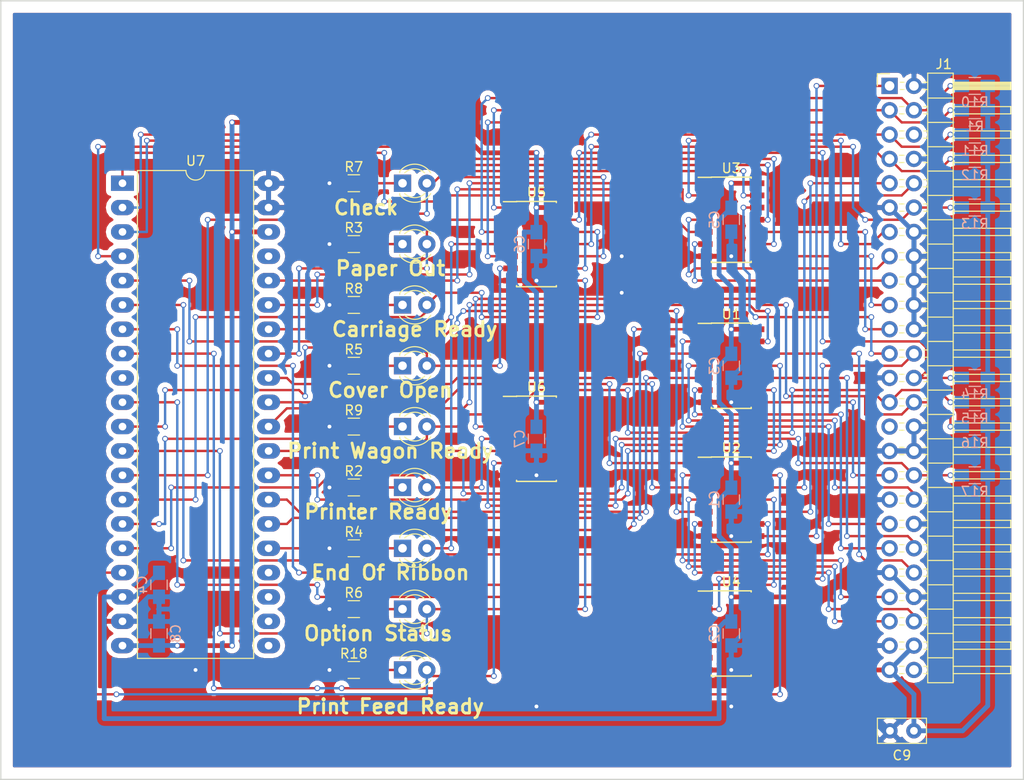
<source format=kicad_pcb>
(kicad_pcb (version 4) (host pcbnew 4.0.6)
  (layers (0 F.Cu signal) (31 B.Cu signal) (34 B.Paste user) (35 F.Paste user) (36 B.SilkS user) (37 F.SilkS user) (38 B.Mask user) (39 F.Mask user) (44 Edge.Cuts user))
  (net 0 "")
  (net 1 +3V3)
  (net 2 GND)
  (net 3 "Net-(D1-Pad1)")
  (net 4 /PPapOut)
  (net 5 "Net-(D2-Pad1)")
  (net 6 /PEORib)
  (net 7 "Net-(D3-Pad1)")
  (net 8 /PCovOpen)
  (net 9 "Net-(D4-Pad1)")
  (net 10 /POptStatus)
  (net 11 "Net-(D5-Pad1)")
  (net 12 /PCheck)
  (net 13 "Net-(D6-Pad1)")
  (net 14 /PCarRdy)
  (net 15 "Net-(D7-Pad1)")
  (net 16 /PPWRdy)
  (net 17 "Net-(D8-Pad1)")
  (net 18 /PPrtRdy)
  (net 19 "Net-(D16-Pad1)")
  (net 20 /PPFRdy)
  (net 21 /Data_Bit_10)
  (net 22 /Paper_Out)
  (net 23 /End_Of_Ribbon)
  (net 24 /Cover_Open)
  (net 25 /Option_Status)
  (net 26 /Data_Bit_11)
  (net 27 /Data_Bit_12)
  (net 28 /Check)
  (net 29 /Restore)
  (net 30 /Paper_Feed_Strobe)
  (net 31 /Carriage_Strobe)
  (net 32 /Option_Strobe)
  (net 33 /Print_Wheel_Strobe)
  (net 34 /Ribbon_Lift)
  (net 35 /Select_Printer)
  (net 36 /Carriage_Ready)
  (net 37 /Print_Wheel_Ready)
  (net 38 /Printer_Ready)
  (net 39 /Data_Bit_4)
  (net 40 /Print_Feed_Ready)
  (net 41 /Data_Bit_2)
  (net 42 /Data_Bit_1)
  (net 43 /Data_Bit_3)
  (net 44 /Data_Bit_5)
  (net 45 /Data_Bit_6)
  (net 46 /Data_Bit_7)
  (net 47 /Data_Bit_8)
  (net 48 /Data_Bit_9)
  (net 49 /PDB1)
  (net 50 /PDB4)
  (net 51 /PDB2)
  (net 52 /PDB5)
  (net 53 /PDB3)
  (net 54 /PDB6)
  (net 55 /PDB7)
  (net 56 /PDB10)
  (net 57 /PDB8)
  (net 58 /PDB11)
  (net 59 /PDB9)
  (net 60 /PDB12)
  (net 61 /PRestore)
  (net 62 /POptStr)
  (net 63 /PPFStr)
  (net 64 /PPWStr)
  (net 65 /PCarStr)
  (net 66 /PRibLift)
  (net 67 /PSelPrt)
  (net 68 +5V)
  (module LEDs:LED_D3.0mm (layer F.Cu) (at 54.61 53.34)
    (fp_text reference D3 hide)
    (fp_text value LED hide)
    (pad 1 thru_hole rect (at 0 0) (size 1.8 1.8) (drill 0.9) (layers *.Cu *.Mask) (net 7 "Net-(D3-Pad1)"))
    (pad 2 thru_hole circle (at 2.54 0) (size 1.8 1.8) (drill 0.9) (layers *.Cu *.Mask) (net 8 /PCovOpen))
  )
  (module LEDs:LED_D3.0mm (layer F.Cu) (at 54.61 46.99)
    (fp_text reference D6 hide)
    (fp_text value LED hide)
    (pad 1 thru_hole rect (at 0 0) (size 1.8 1.8) (drill 0.9) (layers *.Cu *.Mask) (net 13 "Net-(D6-Pad1)"))
    (pad 2 thru_hole circle (at 2.54 0) (size 1.8 1.8) (drill 0.9) (layers *.Cu *.Mask) (net 14 /PCarRdy))
  )
  (module LEDs:LED_D3.0mm (layer F.Cu) (at 54.61 40.64)
    (fp_text reference D1 hide)
    (fp_text value LED hide)
    (pad 1 thru_hole rect (at 0 0) (size 1.8 1.8) (drill 0.9) (layers *.Cu *.Mask) (net 3 "Net-(D1-Pad1)"))
    (pad 2 thru_hole circle (at 2.54 0) (size 1.8 1.8) (drill 0.9) (layers *.Cu *.Mask) (net 4 /PPapOut))
  )
  (module LEDs:LED_D3.0mm (layer F.Cu) (at 54.61 34.29)
    (fp_text reference D5 hide)
    (fp_text value LED hide)
    (pad 1 thru_hole rect (at 0 0) (size 1.8 1.8) (drill 0.9) (layers *.Cu *.Mask) (net 11 "Net-(D5-Pad1)"))
    (pad 2 thru_hole circle (at 2.54 0) (size 1.8 1.8) (drill 0.9) (layers *.Cu *.Mask) (net 12 /PCheck))
  )
  (module LEDs:LED_D3.0mm (layer F.Cu) (at 54.61 59.69)
    (fp_text reference D7 hide)
    (fp_text value LED hide)
    (pad 1 thru_hole rect (at 0 0) (size 1.8 1.8) (drill 0.9) (layers *.Cu *.Mask) (net 15 "Net-(D7-Pad1)"))
    (pad 2 thru_hole circle (at 2.54 0) (size 1.8 1.8) (drill 0.9) (layers *.Cu *.Mask) (net 16 /PPWRdy))
  )
  (module LEDs:LED_D3.0mm (layer F.Cu) (at 54.61 66.04)
    (fp_text reference D8 hide)
    (fp_text value LED hide)
    (pad 1 thru_hole rect (at 0 0) (size 1.8 1.8) (drill 0.9) (layers *.Cu *.Mask) (net 17 "Net-(D8-Pad1)"))
    (pad 2 thru_hole circle (at 2.54 0) (size 1.8 1.8) (drill 0.9) (layers *.Cu *.Mask) (net 18 /PPrtRdy))
  )
  (module LEDs:LED_D3.0mm (layer F.Cu) (at 54.61 72.39)
    (fp_text reference D2 hide)
    (fp_text value LED hide)
    (pad 1 thru_hole rect (at 0 0) (size 1.8 1.8) (drill 0.9) (layers *.Cu *.Mask) (net 5 "Net-(D2-Pad1)"))
    (pad 2 thru_hole circle (at 2.54 0) (size 1.8 1.8) (drill 0.9) (layers *.Cu *.Mask) (net 6 /PEORib))
  )
  (module LEDs:LED_D3.0mm (layer F.Cu) (at 54.61 78.74)
    (fp_text reference D4 hide)
    (fp_text value LED hide)
    (pad 1 thru_hole rect (at 0 0) (size 1.8 1.8) (drill 0.9) (layers *.Cu *.Mask) (net 9 "Net-(D4-Pad1)"))
    (pad 2 thru_hole circle (at 2.54 0) (size 1.8 1.8) (drill 0.9) (layers *.Cu *.Mask) (net 10 /POptStatus))
  )
  (module LEDs:LED_D3.0mm (layer F.Cu) (at 54.61 85.09)
    (fp_text reference D16 hide)
    (fp_text value LED hide)
    (pad 1 thru_hole rect (at 0 0) (size 1.8 1.8) (drill 0.9) (layers *.Cu *.Mask) (net 19 "Net-(D16-Pad1)"))
    (pad 2 thru_hole circle (at 2.54 0) (size 1.8 1.8) (drill 0.9) (layers *.Cu *.Mask) (net 20 /PPFRdy))
  )
  (module Capacitors_SMD:C_0805_HandSoldering (layer B.Cu) (at 88.9 67.31 270)
    (fp_text reference C1 (at 0 1.75 270) (layer B.SilkS) (effects (justify mirror)))
    (fp_text value 100n)
    (pad 1 smd rect (at -1.25 0 270) (size 1.5 1.25) (layers B.Cu B.Paste B.Mask) (net 68 +5V))
    (pad 2 smd rect (at 1.25 0 270) (size 1.5 1.25) (layers B.Cu B.Paste B.Mask) (net 2 GND))
  )
  (module Capacitors_SMD:C_0805_HandSoldering (layer B.Cu) (at 88.9 81.28 270)
    (fp_text reference C2 (at 0 1.75 270) (layer B.SilkS) (effects (justify mirror)))
    (fp_text value 100n)
    (pad 1 smd rect (at -1.25 0 270) (size 1.5 1.25) (layers B.Cu B.Paste B.Mask) (net 68 +5V))
    (pad 2 smd rect (at 1.25 0 270) (size 1.5 1.25) (layers B.Cu B.Paste B.Mask) (net 2 GND))
  )
  (module Capacitors_SMD:C_0805_HandSoldering (layer B.Cu) (at 88.9 53.34 270)
    (fp_text reference C3 (at 0 1.75 270) (layer B.SilkS) (effects (justify mirror)))
    (fp_text value 100n)
    (pad 1 smd rect (at -1.25 0 270) (size 1.5 1.25) (layers B.Cu B.Paste B.Mask) (net 68 +5V))
    (pad 2 smd rect (at 1.25 0 270) (size 1.5 1.25) (layers B.Cu B.Paste B.Mask) (net 2 GND))
  )
  (module Capacitors_SMD:C_0805_HandSoldering (layer B.Cu) (at 29.21 76.2 270)
    (fp_text reference C4 (at 0 1.75 270) (layer B.SilkS) (effects (justify mirror)))
    (fp_text value 100n)
    (pad 1 smd rect (at -1.25 0 270) (size 1.5 1.25) (layers B.Cu B.Paste B.Mask) (net 68 +5V))
    (pad 2 smd rect (at 1.25 0 270) (size 1.5 1.25) (layers B.Cu B.Paste B.Mask) (net 2 GND))
  )
  (module Capacitors_SMD:C_0805_HandSoldering (layer B.Cu) (at 88.9 38.1 270)
    (fp_text reference C5 (at 0 1.75 270) (layer B.SilkS) (effects (justify mirror)))
    (fp_text value 100n)
    (pad 1 smd rect (at -1.25 0 270) (size 1.5 1.25) (layers B.Cu B.Paste B.Mask) (net 68 +5V))
    (pad 2 smd rect (at 1.25 0 270) (size 1.5 1.25) (layers B.Cu B.Paste B.Mask) (net 2 GND))
  )
  (module Capacitors_SMD:C_0805_HandSoldering (layer B.Cu) (at 68.58 40.64 270)
    (fp_text reference C6 (at 0 1.75 270) (layer B.SilkS) (effects (justify mirror)))
    (fp_text value 100n)
    (pad 1 smd rect (at -1.25 0 270) (size 1.5 1.25) (layers B.Cu B.Paste B.Mask) (net 1 +3V3))
    (pad 2 smd rect (at 1.25 0 270) (size 1.5 1.25) (layers B.Cu B.Paste B.Mask) (net 2 GND))
  )
  (module Capacitors_SMD:C_0805_HandSoldering (layer B.Cu) (at 68.58 60.96 270)
    (fp_text reference C7 (at 0 1.75 270) (layer B.SilkS) (effects (justify mirror)))
    (fp_text value 100n)
    (pad 1 smd rect (at -1.25 0 270) (size 1.5 1.25) (layers B.Cu B.Paste B.Mask) (net 1 +3V3))
    (pad 2 smd rect (at 1.25 0 270) (size 1.5 1.25) (layers B.Cu B.Paste B.Mask) (net 2 GND))
  )
  (module Capacitors_SMD:C_0805_HandSoldering (layer B.Cu) (at 29.21 81.28 90)
    (fp_text reference C8 (at 0 1.75 90) (layer B.SilkS) (effects (justify mirror)))
    (fp_text value 100n)
    (pad 1 smd rect (at -1.25 0 90) (size 1.5 1.25) (layers B.Cu B.Paste B.Mask) (net 1 +3V3))
    (pad 2 smd rect (at 1.25 0 90) (size 1.5 1.25) (layers B.Cu B.Paste B.Mask) (net 2 GND))
  )
  (module Capacitors_THT:C_Disc_D5.0mm_W2.5mm_P2.50mm (layer F.Cu) (at 107.95 91.44 180)
    (fp_text reference C9 (at 1.25 -2.56 180) (layer F.SilkS))
    (fp_text value 10u)
    (pad 1 thru_hole circle (at 0 0 180) (size 1.6 1.6) (drill 0.8) (layers *.Cu *.Mask) (net 68 +5V))
    (pad 2 thru_hole circle (at 2.5 0 180) (size 1.6 1.6) (drill 0.8) (layers *.Cu *.Mask) (net 2 GND))
  )
  (module Pin_Headers:Pin_Header_Angled_2x25_Pitch2.54mm (layer F.Cu) (at 105.41 24.13)
    (fp_text reference J1 (at 5.655 -2.27) (layer F.SilkS))
    (fp_text value CONN_02X25)
    (pad 1 thru_hole rect (at 0 0) (size 1.7 1.7) (drill 1) (layers *.Cu *.Mask) (net 21 /Data_Bit_10))
    (pad 2 thru_hole oval (at 2.54 0) (size 1.7 1.7) (drill 1) (layers *.Cu *.Mask) (net 2 GND))
    (pad 3 thru_hole oval (at 0 2.54) (size 1.7 1.7) (drill 1) (layers *.Cu *.Mask) (net 22 /Paper_Out))
    (pad 4 thru_hole oval (at 2.54 2.54) (size 1.7 1.7) (drill 1) (layers *.Cu *.Mask) (net 23 /End_Of_Ribbon))
    (pad 5 thru_hole oval (at 0 5.08) (size 1.7 1.7) (drill 1) (layers *.Cu *.Mask) (net 24 /Cover_Open))
    (pad 6 thru_hole oval (at 2.54 5.08) (size 1.7 1.7) (drill 1) (layers *.Cu *.Mask))
    (pad 7 thru_hole oval (at 0 7.62) (size 1.7 1.7) (drill 1) (layers *.Cu *.Mask) (net 25 /Option_Status))
    (pad 8 thru_hole oval (at 2.54 7.62) (size 1.7 1.7) (drill 1) (layers *.Cu *.Mask) (net 2 GND))
    (pad 9 thru_hole oval (at 0 10.16) (size 1.7 1.7) (drill 1) (layers *.Cu *.Mask) (net 26 /Data_Bit_11))
    (pad 10 thru_hole oval (at 2.54 10.16) (size 1.7 1.7) (drill 1) (layers *.Cu *.Mask) (net 27 /Data_Bit_12))
    (pad 11 thru_hole oval (at 0 12.7) (size 1.7 1.7) (drill 1) (layers *.Cu *.Mask) (net 2 GND))
    (pad 12 thru_hole oval (at 2.54 12.7) (size 1.7 1.7) (drill 1) (layers *.Cu *.Mask) (net 28 /Check))
    (pad 13 thru_hole oval (at 0 15.24) (size 1.7 1.7) (drill 1) (layers *.Cu *.Mask) (net 29 /Restore))
    (pad 14 thru_hole oval (at 2.54 15.24) (size 1.7 1.7) (drill 1) (layers *.Cu *.Mask) (net 2 GND))
    (pad 15 thru_hole oval (at 0 17.78) (size 1.7 1.7) (drill 1) (layers *.Cu *.Mask) (net 30 /Paper_Feed_Strobe))
    (pad 16 thru_hole oval (at 2.54 17.78) (size 1.7 1.7) (drill 1) (layers *.Cu *.Mask) (net 2 GND))
    (pad 17 thru_hole oval (at 0 20.32) (size 1.7 1.7) (drill 1) (layers *.Cu *.Mask) (net 31 /Carriage_Strobe))
    (pad 18 thru_hole oval (at 2.54 20.32) (size 1.7 1.7) (drill 1) (layers *.Cu *.Mask) (net 2 GND))
    (pad 19 thru_hole oval (at 0 22.86) (size 1.7 1.7) (drill 1) (layers *.Cu *.Mask) (net 32 /Option_Strobe))
    (pad 20 thru_hole oval (at 2.54 22.86) (size 1.7 1.7) (drill 1) (layers *.Cu *.Mask) (net 2 GND))
    (pad 21 thru_hole oval (at 0 25.4) (size 1.7 1.7) (drill 1) (layers *.Cu *.Mask) (net 33 /Print_Wheel_Strobe))
    (pad 22 thru_hole oval (at 2.54 25.4) (size 1.7 1.7) (drill 1) (layers *.Cu *.Mask) (net 2 GND))
    (pad 23 thru_hole oval (at 0 27.94) (size 1.7 1.7) (drill 1) (layers *.Cu *.Mask) (net 34 /Ribbon_Lift))
    (pad 24 thru_hole oval (at 2.54 27.94) (size 1.7 1.7) (drill 1) (layers *.Cu *.Mask) (net 35 /Select_Printer))
    (pad 25 thru_hole oval (at 0 30.48) (size 1.7 1.7) (drill 1) (layers *.Cu *.Mask) (net 2 GND))
    (pad 26 thru_hole oval (at 2.54 30.48) (size 1.7 1.7) (drill 1) (layers *.Cu *.Mask) (net 36 /Carriage_Ready))
    (pad 27 thru_hole oval (at 0 33.02) (size 1.7 1.7) (drill 1) (layers *.Cu *.Mask) (net 37 /Print_Wheel_Ready))
    (pad 28 thru_hole oval (at 2.54 33.02) (size 1.7 1.7) (drill 1) (layers *.Cu *.Mask) (net 38 /Printer_Ready))
    (pad 29 thru_hole oval (at 0 35.56) (size 1.7 1.7) (drill 1) (layers *.Cu *.Mask))
    (pad 30 thru_hole oval (at 2.54 35.56) (size 1.7 1.7) (drill 1) (layers *.Cu *.Mask) (net 2 GND))
    (pad 31 thru_hole oval (at 0 38.1) (size 1.7 1.7) (drill 1) (layers *.Cu *.Mask) (net 2 GND))
    (pad 32 thru_hole oval (at 2.54 38.1) (size 1.7 1.7) (drill 1) (layers *.Cu *.Mask) (net 2 GND))
    (pad 33 thru_hole oval (at 0 40.64) (size 1.7 1.7) (drill 1) (layers *.Cu *.Mask) (net 39 /Data_Bit_4))
    (pad 34 thru_hole oval (at 2.54 40.64) (size 1.7 1.7) (drill 1) (layers *.Cu *.Mask) (net 40 /Print_Feed_Ready))
    (pad 35 thru_hole oval (at 0 43.18) (size 1.7 1.7) (drill 1) (layers *.Cu *.Mask) (net 2 GND))
    (pad 36 thru_hole oval (at 2.54 43.18) (size 1.7 1.7) (drill 1) (layers *.Cu *.Mask) (net 41 /Data_Bit_2))
    (pad 37 thru_hole oval (at 0 45.72) (size 1.7 1.7) (drill 1) (layers *.Cu *.Mask) (net 42 /Data_Bit_1))
    (pad 38 thru_hole oval (at 2.54 45.72) (size 1.7 1.7) (drill 1) (layers *.Cu *.Mask) (net 2 GND))
    (pad 39 thru_hole oval (at 0 48.26) (size 1.7 1.7) (drill 1) (layers *.Cu *.Mask) (net 43 /Data_Bit_3))
    (pad 40 thru_hole oval (at 2.54 48.26) (size 1.7 1.7) (drill 1) (layers *.Cu *.Mask) (net 44 /Data_Bit_5))
    (pad 41 thru_hole oval (at 0 50.8) (size 1.7 1.7) (drill 1) (layers *.Cu *.Mask) (net 2 GND))
    (pad 42 thru_hole oval (at 2.54 50.8) (size 1.7 1.7) (drill 1) (layers *.Cu *.Mask) (net 45 /Data_Bit_6))
    (pad 43 thru_hole oval (at 0 53.34) (size 1.7 1.7) (drill 1) (layers *.Cu *.Mask) (net 46 /Data_Bit_7))
    (pad 44 thru_hole oval (at 2.54 53.34) (size 1.7 1.7) (drill 1) (layers *.Cu *.Mask) (net 2 GND))
    (pad 45 thru_hole oval (at 0 55.88) (size 1.7 1.7) (drill 1) (layers *.Cu *.Mask) (net 47 /Data_Bit_8))
    (pad 46 thru_hole oval (at 2.54 55.88) (size 1.7 1.7) (drill 1) (layers *.Cu *.Mask) (net 48 /Data_Bit_9))
    (pad 47 thru_hole oval (at 0 58.42) (size 1.7 1.7) (drill 1) (layers *.Cu *.Mask) (net 2 GND))
    (pad 48 thru_hole oval (at 2.54 58.42) (size 1.7 1.7) (drill 1) (layers *.Cu *.Mask) (net 68 +5V))
    (pad 49 thru_hole oval (at 0 60.96) (size 1.7 1.7) (drill 1) (layers *.Cu *.Mask) (net 68 +5V))
    (pad 50 thru_hole oval (at 2.54 60.96) (size 1.7 1.7) (drill 1) (layers *.Cu *.Mask))
  )
  (module Resistors_SMD:R_0805_HandSoldering (layer B.Cu) (at 114.3 26.67)
    (fp_text reference R1 (at 0 1.7) (layer B.SilkS) (effects (justify mirror)))
    (fp_text value 150)
    (pad 1 smd rect (at -1.35 0) (size 1.5 1.3) (layers B.Cu B.Paste B.Mask) (net 22 /Paper_Out))
    (pad 2 smd rect (at 1.35 0) (size 1.5 1.3) (layers B.Cu B.Paste B.Mask) (net 68 +5V))
  )
  (module Resistors_SMD:R_0805_HandSoldering (layer F.Cu) (at 49.53 66.04)
    (fp_text reference R2 (at 0 -1.7) (layer F.SilkS))
    (fp_text value R)
    (pad 1 smd rect (at -1.35 0) (size 1.5 1.3) (layers F.Cu F.Paste F.Mask) (net 2 GND))
    (pad 2 smd rect (at 1.35 0) (size 1.5 1.3) (layers F.Cu F.Paste F.Mask) (net 17 "Net-(D8-Pad1)"))
  )
  (module Resistors_SMD:R_0805_HandSoldering (layer F.Cu) (at 49.53 40.64)
    (fp_text reference R3 (at 0 -1.7) (layer F.SilkS))
    (fp_text value R)
    (pad 1 smd rect (at -1.35 0) (size 1.5 1.3) (layers F.Cu F.Paste F.Mask) (net 2 GND))
    (pad 2 smd rect (at 1.35 0) (size 1.5 1.3) (layers F.Cu F.Paste F.Mask) (net 3 "Net-(D1-Pad1)"))
  )
  (module Resistors_SMD:R_0805_HandSoldering (layer F.Cu) (at 49.53 72.39)
    (fp_text reference R4 (at 0 -1.7) (layer F.SilkS))
    (fp_text value R)
    (pad 1 smd rect (at -1.35 0) (size 1.5 1.3) (layers F.Cu F.Paste F.Mask) (net 2 GND))
    (pad 2 smd rect (at 1.35 0) (size 1.5 1.3) (layers F.Cu F.Paste F.Mask) (net 5 "Net-(D2-Pad1)"))
  )
  (module Resistors_SMD:R_0805_HandSoldering (layer F.Cu) (at 49.53 53.34)
    (fp_text reference R5 (at 0 -1.7) (layer F.SilkS))
    (fp_text value R)
    (pad 1 smd rect (at -1.35 0) (size 1.5 1.3) (layers F.Cu F.Paste F.Mask) (net 2 GND))
    (pad 2 smd rect (at 1.35 0) (size 1.5 1.3) (layers F.Cu F.Paste F.Mask) (net 7 "Net-(D3-Pad1)"))
  )
  (module Resistors_SMD:R_0805_HandSoldering (layer F.Cu) (at 49.53 78.74)
    (fp_text reference R6 (at 0 -1.7) (layer F.SilkS))
    (fp_text value R)
    (pad 1 smd rect (at -1.35 0) (size 1.5 1.3) (layers F.Cu F.Paste F.Mask) (net 2 GND))
    (pad 2 smd rect (at 1.35 0) (size 1.5 1.3) (layers F.Cu F.Paste F.Mask) (net 9 "Net-(D4-Pad1)"))
  )
  (module Resistors_SMD:R_0805_HandSoldering (layer F.Cu) (at 49.53 34.29)
    (fp_text reference R7 (at 0 -1.7) (layer F.SilkS))
    (fp_text value R)
    (pad 1 smd rect (at -1.35 0) (size 1.5 1.3) (layers F.Cu F.Paste F.Mask) (net 2 GND))
    (pad 2 smd rect (at 1.35 0) (size 1.5 1.3) (layers F.Cu F.Paste F.Mask) (net 11 "Net-(D5-Pad1)"))
  )
  (module Resistors_SMD:R_0805_HandSoldering (layer F.Cu) (at 49.53 46.99)
    (fp_text reference R8 (at 0 -1.7) (layer F.SilkS))
    (fp_text value R)
    (pad 1 smd rect (at -1.35 0) (size 1.5 1.3) (layers F.Cu F.Paste F.Mask) (net 2 GND))
    (pad 2 smd rect (at 1.35 0) (size 1.5 1.3) (layers F.Cu F.Paste F.Mask) (net 13 "Net-(D6-Pad1)"))
  )
  (module Resistors_SMD:R_0805_HandSoldering (layer F.Cu) (at 49.53 59.69)
    (fp_text reference R9 (at 0 -1.7) (layer F.SilkS))
    (fp_text value R)
    (pad 1 smd rect (at -1.35 0) (size 1.5 1.3) (layers F.Cu F.Paste F.Mask) (net 2 GND))
    (pad 2 smd rect (at 1.35 0) (size 1.5 1.3) (layers F.Cu F.Paste F.Mask) (net 15 "Net-(D7-Pad1)"))
  )
  (module Resistors_SMD:R_0805_HandSoldering (layer B.Cu) (at 114.3 24.13)
    (fp_text reference R10 (at 0 1.7) (layer B.SilkS) (effects (justify mirror)))
    (fp_text value 150)
    (pad 1 smd rect (at -1.35 0) (size 1.5 1.3) (layers B.Cu B.Paste B.Mask) (net 23 /End_Of_Ribbon))
    (pad 2 smd rect (at 1.35 0) (size 1.5 1.3) (layers B.Cu B.Paste B.Mask) (net 68 +5V))
  )
  (module Resistors_SMD:R_0805_HandSoldering (layer B.Cu) (at 114.3 29.21)
    (fp_text reference R11 (at 0 1.7) (layer B.SilkS) (effects (justify mirror)))
    (fp_text value 150)
    (pad 1 smd rect (at -1.35 0) (size 1.5 1.3) (layers B.Cu B.Paste B.Mask) (net 24 /Cover_Open))
    (pad 2 smd rect (at 1.35 0) (size 1.5 1.3) (layers B.Cu B.Paste B.Mask) (net 68 +5V))
  )
  (module Resistors_SMD:R_0805_HandSoldering (layer B.Cu) (at 114.3 31.75)
    (fp_text reference R12 (at 0 1.7) (layer B.SilkS) (effects (justify mirror)))
    (fp_text value R)
    (pad 1 smd rect (at -1.35 0) (size 1.5 1.3) (layers B.Cu B.Paste B.Mask) (net 25 /Option_Status))
    (pad 2 smd rect (at 1.35 0) (size 1.5 1.3) (layers B.Cu B.Paste B.Mask) (net 68 +5V))
  )
  (module Resistors_SMD:R_0805_HandSoldering (layer B.Cu) (at 114.3 36.83)
    (fp_text reference R13 (at 0 1.7) (layer B.SilkS) (effects (justify mirror)))
    (fp_text value R)
    (pad 1 smd rect (at -1.35 0) (size 1.5 1.3) (layers B.Cu B.Paste B.Mask) (net 28 /Check))
    (pad 2 smd rect (at 1.35 0) (size 1.5 1.3) (layers B.Cu B.Paste B.Mask) (net 68 +5V))
  )
  (module Resistors_SMD:R_0805_HandSoldering (layer B.Cu) (at 114.3 54.61)
    (fp_text reference R14 (at 0 1.7) (layer B.SilkS) (effects (justify mirror)))
    (fp_text value R)
    (pad 1 smd rect (at -1.35 0) (size 1.5 1.3) (layers B.Cu B.Paste B.Mask) (net 36 /Carriage_Ready))
    (pad 2 smd rect (at 1.35 0) (size 1.5 1.3) (layers B.Cu B.Paste B.Mask) (net 68 +5V))
  )
  (module Resistors_SMD:R_0805_HandSoldering (layer B.Cu) (at 114.3 57.15)
    (fp_text reference R15 (at 0 1.7) (layer B.SilkS) (effects (justify mirror)))
    (fp_text value R)
    (pad 1 smd rect (at -1.35 0) (size 1.5 1.3) (layers B.Cu B.Paste B.Mask) (net 37 /Print_Wheel_Ready))
    (pad 2 smd rect (at 1.35 0) (size 1.5 1.3) (layers B.Cu B.Paste B.Mask) (net 68 +5V))
  )
  (module Resistors_SMD:R_0805_HandSoldering (layer B.Cu) (at 114.3 59.69)
    (fp_text reference R16 (at 0 1.7) (layer B.SilkS) (effects (justify mirror)))
    (fp_text value R)
    (pad 1 smd rect (at -1.35 0) (size 1.5 1.3) (layers B.Cu B.Paste B.Mask) (net 38 /Printer_Ready))
    (pad 2 smd rect (at 1.35 0) (size 1.5 1.3) (layers B.Cu B.Paste B.Mask) (net 68 +5V))
  )
  (module Resistors_SMD:R_0805_HandSoldering (layer B.Cu) (at 114.3 64.77)
    (fp_text reference R17 (at 0 1.7) (layer B.SilkS) (effects (justify mirror)))
    (fp_text value R)
    (pad 1 smd rect (at -1.35 0) (size 1.5 1.3) (layers B.Cu B.Paste B.Mask) (net 40 /Print_Feed_Ready))
    (pad 2 smd rect (at 1.35 0) (size 1.5 1.3) (layers B.Cu B.Paste B.Mask) (net 68 +5V))
  )
  (module Resistors_SMD:R_0805_HandSoldering (layer F.Cu) (at 49.53 85.09)
    (fp_text reference R18 (at 0 -1.7) (layer F.SilkS))
    (fp_text value R)
    (pad 1 smd rect (at -1.35 0) (size 1.5 1.3) (layers F.Cu F.Paste F.Mask) (net 2 GND))
    (pad 2 smd rect (at 1.35 0) (size 1.5 1.3) (layers F.Cu F.Paste F.Mask) (net 19 "Net-(D16-Pad1)"))
  )
  (module Housings_DIP:DIP-40_W15.24mm_LongPads (layer F.Cu) (at 25.4 34.29)
    (fp_text reference U7 (at 7.62 -2.33) (layer F.SilkS))
    (fp_text value STM32BluePill)
    (pad 1 thru_hole rect (at 0 0) (size 2.4 1.6) (drill 0.8) (layers *.Cu *.Mask) (net 65 /PCarStr))
    (pad 21 thru_hole oval (at 15.24 48.26) (size 2.4 1.6) (drill 0.8) (layers *.Cu *.Mask))
    (pad 2 thru_hole oval (at 0 2.54) (size 2.4 1.6) (drill 0.8) (layers *.Cu *.Mask) (net 62 /POptStr))
    (pad 22 thru_hole oval (at 15.24 45.72) (size 2.4 1.6) (drill 0.8) (layers *.Cu *.Mask))
    (pad 3 thru_hole oval (at 0 5.08) (size 2.4 1.6) (drill 0.8) (layers *.Cu *.Mask) (net 64 /PPWStr))
    (pad 23 thru_hole oval (at 15.24 43.18) (size 2.4 1.6) (drill 0.8) (layers *.Cu *.Mask))
    (pad 4 thru_hole oval (at 0 7.62) (size 2.4 1.6) (drill 0.8) (layers *.Cu *.Mask) (net 66 /PRibLift))
    (pad 24 thru_hole oval (at 15.24 40.64) (size 2.4 1.6) (drill 0.8) (layers *.Cu *.Mask))
    (pad 5 thru_hole oval (at 0 10.16) (size 2.4 1.6) (drill 0.8) (layers *.Cu *.Mask) (net 59 /PDB9))
    (pad 25 thru_hole oval (at 15.24 38.1) (size 2.4 1.6) (drill 0.8) (layers *.Cu *.Mask) (net 49 /PDB1))
    (pad 6 thru_hole oval (at 0 12.7) (size 2.4 1.6) (drill 0.8) (layers *.Cu *.Mask) (net 56 /PDB10))
    (pad 26 thru_hole oval (at 15.24 35.56) (size 2.4 1.6) (drill 0.8) (layers *.Cu *.Mask) (net 51 /PDB2))
    (pad 7 thru_hole oval (at 0 15.24) (size 2.4 1.6) (drill 0.8) (layers *.Cu *.Mask) (net 58 /PDB11))
    (pad 27 thru_hole oval (at 15.24 33.02) (size 2.4 1.6) (drill 0.8) (layers *.Cu *.Mask) (net 53 /PDB3))
    (pad 8 thru_hole oval (at 0 17.78) (size 2.4 1.6) (drill 0.8) (layers *.Cu *.Mask) (net 60 /PDB12))
    (pad 28 thru_hole oval (at 15.24 30.48) (size 2.4 1.6) (drill 0.8) (layers *.Cu *.Mask) (net 50 /PDB4))
    (pad 9 thru_hole oval (at 0 20.32) (size 2.4 1.6) (drill 0.8) (layers *.Cu *.Mask))
    (pad 29 thru_hole oval (at 15.24 27.94) (size 2.4 1.6) (drill 0.8) (layers *.Cu *.Mask) (net 52 /PDB5))
    (pad 10 thru_hole oval (at 0 22.86) (size 2.4 1.6) (drill 0.8) (layers *.Cu *.Mask) (net 67 /PSelPrt))
    (pad 30 thru_hole oval (at 15.24 25.4) (size 2.4 1.6) (drill 0.8) (layers *.Cu *.Mask) (net 54 /PDB6))
    (pad 11 thru_hole oval (at 0 25.4) (size 2.4 1.6) (drill 0.8) (layers *.Cu *.Mask) (net 8 /PCovOpen))
    (pad 31 thru_hole oval (at 15.24 22.86) (size 2.4 1.6) (drill 0.8) (layers *.Cu *.Mask) (net 55 /PDB7))
    (pad 12 thru_hole oval (at 0 27.94) (size 2.4 1.6) (drill 0.8) (layers *.Cu *.Mask) (net 10 /POptStatus))
    (pad 32 thru_hole oval (at 15.24 20.32) (size 2.4 1.6) (drill 0.8) (layers *.Cu *.Mask) (net 57 /PDB8))
    (pad 13 thru_hole oval (at 0 30.48) (size 2.4 1.6) (drill 0.8) (layers *.Cu *.Mask) (net 12 /PCheck))
    (pad 33 thru_hole oval (at 15.24 17.78) (size 2.4 1.6) (drill 0.8) (layers *.Cu *.Mask) (net 4 /PPapOut))
    (pad 14 thru_hole oval (at 0 33.02) (size 2.4 1.6) (drill 0.8) (layers *.Cu *.Mask) (net 14 /PCarRdy))
    (pad 34 thru_hole oval (at 15.24 15.24) (size 2.4 1.6) (drill 0.8) (layers *.Cu *.Mask) (net 6 /PEORib))
    (pad 15 thru_hole oval (at 0 35.56) (size 2.4 1.6) (drill 0.8) (layers *.Cu *.Mask) (net 16 /PPWRdy))
    (pad 35 thru_hole oval (at 15.24 12.7) (size 2.4 1.6) (drill 0.8) (layers *.Cu *.Mask) (net 61 /PRestore))
    (pad 16 thru_hole oval (at 0 38.1) (size 2.4 1.6) (drill 0.8) (layers *.Cu *.Mask) (net 18 /PPrtRdy))
    (pad 36 thru_hole oval (at 15.24 10.16) (size 2.4 1.6) (drill 0.8) (layers *.Cu *.Mask) (net 63 /PPFStr))
    (pad 17 thru_hole oval (at 0 40.64) (size 2.4 1.6) (drill 0.8) (layers *.Cu *.Mask) (net 20 /PPFRdy))
    (pad 37 thru_hole oval (at 15.24 7.62) (size 2.4 1.6) (drill 0.8) (layers *.Cu *.Mask))
    (pad 18 thru_hole oval (at 0 43.18) (size 2.4 1.6) (drill 0.8) (layers *.Cu *.Mask) (net 68 +5V))
    (pad 38 thru_hole oval (at 15.24 5.08) (size 2.4 1.6) (drill 0.8) (layers *.Cu *.Mask) (net 1 +3V3))
    (pad 19 thru_hole oval (at 0 45.72) (size 2.4 1.6) (drill 0.8) (layers *.Cu *.Mask) (net 2 GND))
    (pad 39 thru_hole oval (at 15.24 2.54) (size 2.4 1.6) (drill 0.8) (layers *.Cu *.Mask) (net 2 GND))
    (pad 20 thru_hole oval (at 0 48.26) (size 2.4 1.6) (drill 0.8) (layers *.Cu *.Mask) (net 1 +3V3))
    (pad 40 thru_hole oval (at 15.24 0) (size 2.4 1.6) (drill 0.8) (layers *.Cu *.Mask) (net 2 GND))
  )
  (module Housings_SOIC:SOIC-14_3.9x8.7mm_Pitch1.27mm (layer F.Cu) (at 88.9 53.34)
    (fp_text reference U1 (at 0 -5.375) (layer F.SilkS))
    (fp_text value 74LVC04)
    (pad 1 smd rect (at -2.7 -3.81) (size 1.5 0.6) (layers F.Cu F.Paste F.Mask) (net 49 /PDB1))
    (pad 2 smd rect (at -2.7 -2.54) (size 1.5 0.6) (layers F.Cu F.Paste F.Mask) (net 42 /Data_Bit_1))
    (pad 3 smd rect (at -2.7 -1.27) (size 1.5 0.6) (layers F.Cu F.Paste F.Mask) (net 51 /PDB2))
    (pad 4 smd rect (at -2.7 0) (size 1.5 0.6) (layers F.Cu F.Paste F.Mask) (net 41 /Data_Bit_2))
    (pad 5 smd rect (at -2.7 1.27) (size 1.5 0.6) (layers F.Cu F.Paste F.Mask) (net 53 /PDB3))
    (pad 6 smd rect (at -2.7 2.54) (size 1.5 0.6) (layers F.Cu F.Paste F.Mask) (net 43 /Data_Bit_3))
    (pad 7 smd rect (at -2.7 3.81) (size 1.5 0.6) (layers F.Cu F.Paste F.Mask) (net 2 GND))
    (pad 8 smd rect (at 2.7 3.81) (size 1.5 0.6) (layers F.Cu F.Paste F.Mask) (net 39 /Data_Bit_4))
    (pad 9 smd rect (at 2.7 2.54) (size 1.5 0.6) (layers F.Cu F.Paste F.Mask) (net 50 /PDB4))
    (pad 10 smd rect (at 2.7 1.27) (size 1.5 0.6) (layers F.Cu F.Paste F.Mask) (net 44 /Data_Bit_5))
    (pad 11 smd rect (at 2.7 0) (size 1.5 0.6) (layers F.Cu F.Paste F.Mask) (net 52 /PDB5))
    (pad 12 smd rect (at 2.7 -1.27) (size 1.5 0.6) (layers F.Cu F.Paste F.Mask) (net 45 /Data_Bit_6))
    (pad 13 smd rect (at 2.7 -2.54) (size 1.5 0.6) (layers F.Cu F.Paste F.Mask) (net 54 /PDB6))
    (pad 14 smd rect (at 2.7 -3.81) (size 1.5 0.6) (layers F.Cu F.Paste F.Mask) (net 68 +5V))
  )
  (module Housings_SOIC:SOIC-14_3.9x8.7mm_Pitch1.27mm (layer F.Cu) (at 88.9 67.31)
    (fp_text reference U2 (at 0 -5.375) (layer F.SilkS))
    (fp_text value 74LS04)
    (pad 1 smd rect (at -2.7 -3.81) (size 1.5 0.6) (layers F.Cu F.Paste F.Mask) (net 55 /PDB7))
    (pad 2 smd rect (at -2.7 -2.54) (size 1.5 0.6) (layers F.Cu F.Paste F.Mask) (net 46 /Data_Bit_7))
    (pad 3 smd rect (at -2.7 -1.27) (size 1.5 0.6) (layers F.Cu F.Paste F.Mask) (net 57 /PDB8))
    (pad 4 smd rect (at -2.7 0) (size 1.5 0.6) (layers F.Cu F.Paste F.Mask) (net 47 /Data_Bit_8))
    (pad 5 smd rect (at -2.7 1.27) (size 1.5 0.6) (layers F.Cu F.Paste F.Mask) (net 59 /PDB9))
    (pad 6 smd rect (at -2.7 2.54) (size 1.5 0.6) (layers F.Cu F.Paste F.Mask) (net 48 /Data_Bit_9))
    (pad 7 smd rect (at -2.7 3.81) (size 1.5 0.6) (layers F.Cu F.Paste F.Mask) (net 2 GND))
    (pad 8 smd rect (at 2.7 3.81) (size 1.5 0.6) (layers F.Cu F.Paste F.Mask) (net 21 /Data_Bit_10))
    (pad 9 smd rect (at 2.7 2.54) (size 1.5 0.6) (layers F.Cu F.Paste F.Mask) (net 56 /PDB10))
    (pad 10 smd rect (at 2.7 1.27) (size 1.5 0.6) (layers F.Cu F.Paste F.Mask) (net 26 /Data_Bit_11))
    (pad 11 smd rect (at 2.7 0) (size 1.5 0.6) (layers F.Cu F.Paste F.Mask) (net 58 /PDB11))
    (pad 12 smd rect (at 2.7 -1.27) (size 1.5 0.6) (layers F.Cu F.Paste F.Mask) (net 27 /Data_Bit_12))
    (pad 13 smd rect (at 2.7 -2.54) (size 1.5 0.6) (layers F.Cu F.Paste F.Mask) (net 60 /PDB12))
    (pad 14 smd rect (at 2.7 -3.81) (size 1.5 0.6) (layers F.Cu F.Paste F.Mask) (net 68 +5V))
  )
  (module Housings_SOIC:SOIC-14_3.9x8.7mm_Pitch1.27mm (layer F.Cu) (at 88.9 38.1)
    (fp_text reference U3 (at 0 -5.375) (layer F.SilkS))
    (fp_text value 74LS04)
    (pad 1 smd rect (at -2.7 -3.81) (size 1.5 0.6) (layers F.Cu F.Paste F.Mask) (net 61 /PRestore))
    (pad 2 smd rect (at -2.7 -2.54) (size 1.5 0.6) (layers F.Cu F.Paste F.Mask) (net 29 /Restore))
    (pad 3 smd rect (at -2.7 -1.27) (size 1.5 0.6) (layers F.Cu F.Paste F.Mask) (net 63 /PPFStr))
    (pad 4 smd rect (at -2.7 0) (size 1.5 0.6) (layers F.Cu F.Paste F.Mask) (net 30 /Paper_Feed_Strobe))
    (pad 5 smd rect (at -2.7 1.27) (size 1.5 0.6) (layers F.Cu F.Paste F.Mask) (net 65 /PCarStr))
    (pad 6 smd rect (at -2.7 2.54) (size 1.5 0.6) (layers F.Cu F.Paste F.Mask) (net 31 /Carriage_Strobe))
    (pad 7 smd rect (at -2.7 3.81) (size 1.5 0.6) (layers F.Cu F.Paste F.Mask) (net 2 GND))
    (pad 8 smd rect (at 2.7 3.81) (size 1.5 0.6) (layers F.Cu F.Paste F.Mask) (net 32 /Option_Strobe))
    (pad 9 smd rect (at 2.7 2.54) (size 1.5 0.6) (layers F.Cu F.Paste F.Mask) (net 62 /POptStr))
    (pad 10 smd rect (at 2.7 1.27) (size 1.5 0.6) (layers F.Cu F.Paste F.Mask) (net 33 /Print_Wheel_Strobe))
    (pad 11 smd rect (at 2.7 0) (size 1.5 0.6) (layers F.Cu F.Paste F.Mask) (net 64 /PPWStr))
    (pad 12 smd rect (at 2.7 -1.27) (size 1.5 0.6) (layers F.Cu F.Paste F.Mask) (net 34 /Ribbon_Lift))
    (pad 13 smd rect (at 2.7 -2.54) (size 1.5 0.6) (layers F.Cu F.Paste F.Mask) (net 66 /PRibLift))
    (pad 14 smd rect (at 2.7 -3.81) (size 1.5 0.6) (layers F.Cu F.Paste F.Mask) (net 68 +5V))
  )
  (module Housings_SOIC:SOIC-14_3.9x8.7mm_Pitch1.27mm (layer F.Cu) (at 88.9 81.28)
    (fp_text reference U4 (at 0 -5.375) (layer F.SilkS))
    (fp_text value 74LS04)
    (pad 1 smd rect (at -2.7 -3.81) (size 1.5 0.6) (layers F.Cu F.Paste F.Mask) (net 67 /PSelPrt))
    (pad 2 smd rect (at -2.7 -2.54) (size 1.5 0.6) (layers F.Cu F.Paste F.Mask) (net 35 /Select_Printer))
    (pad 3 smd rect (at -2.7 -1.27) (size 1.5 0.6) (layers F.Cu F.Paste F.Mask) (net 2 GND))
    (pad 4 smd rect (at -2.7 0) (size 1.5 0.6) (layers F.Cu F.Paste F.Mask))
    (pad 5 smd rect (at -2.7 1.27) (size 1.5 0.6) (layers F.Cu F.Paste F.Mask) (net 2 GND))
    (pad 6 smd rect (at -2.7 2.54) (size 1.5 0.6) (layers F.Cu F.Paste F.Mask))
    (pad 7 smd rect (at -2.7 3.81) (size 1.5 0.6) (layers F.Cu F.Paste F.Mask) (net 2 GND))
    (pad 8 smd rect (at 2.7 3.81) (size 1.5 0.6) (layers F.Cu F.Paste F.Mask))
    (pad 9 smd rect (at 2.7 2.54) (size 1.5 0.6) (layers F.Cu F.Paste F.Mask) (net 2 GND))
    (pad 10 smd rect (at 2.7 1.27) (size 1.5 0.6) (layers F.Cu F.Paste F.Mask))
    (pad 11 smd rect (at 2.7 0) (size 1.5 0.6) (layers F.Cu F.Paste F.Mask) (net 2 GND))
    (pad 12 smd rect (at 2.7 -1.27) (size 1.5 0.6) (layers F.Cu F.Paste F.Mask))
    (pad 13 smd rect (at 2.7 -2.54) (size 1.5 0.6) (layers F.Cu F.Paste F.Mask) (net 2 GND))
    (pad 14 smd rect (at 2.7 -3.81) (size 1.5 0.6) (layers F.Cu F.Paste F.Mask) (net 68 +5V))
  )
  (module Housings_SOIC:SOIC-14_3.9x8.7mm_Pitch1.27mm (layer F.Cu) (at 68.58 40.64)
    (fp_text reference U5 (at 0 -5.375) (layer F.SilkS))
    (fp_text value 74LSV04)
    (pad 1 smd rect (at -2.7 -3.81) (size 1.5 0.6) (layers F.Cu F.Paste F.Mask) (net 22 /Paper_Out))
    (pad 2 smd rect (at -2.7 -2.54) (size 1.5 0.6) (layers F.Cu F.Paste F.Mask) (net 4 /PPapOut))
    (pad 3 smd rect (at -2.7 -1.27) (size 1.5 0.6) (layers F.Cu F.Paste F.Mask) (net 23 /End_Of_Ribbon))
    (pad 4 smd rect (at -2.7 0) (size 1.5 0.6) (layers F.Cu F.Paste F.Mask) (net 6 /PEORib))
    (pad 5 smd rect (at -2.7 1.27) (size 1.5 0.6) (layers F.Cu F.Paste F.Mask) (net 24 /Cover_Open))
    (pad 6 smd rect (at -2.7 2.54) (size 1.5 0.6) (layers F.Cu F.Paste F.Mask) (net 8 /PCovOpen))
    (pad 7 smd rect (at -2.7 3.81) (size 1.5 0.6) (layers F.Cu F.Paste F.Mask) (net 2 GND))
    (pad 8 smd rect (at 2.7 3.81) (size 1.5 0.6) (layers F.Cu F.Paste F.Mask) (net 10 /POptStatus))
    (pad 9 smd rect (at 2.7 2.54) (size 1.5 0.6) (layers F.Cu F.Paste F.Mask) (net 25 /Option_Status))
    (pad 10 smd rect (at 2.7 1.27) (size 1.5 0.6) (layers F.Cu F.Paste F.Mask) (net 12 /PCheck))
    (pad 11 smd rect (at 2.7 0) (size 1.5 0.6) (layers F.Cu F.Paste F.Mask) (net 28 /Check))
    (pad 12 smd rect (at 2.7 -1.27) (size 1.5 0.6) (layers F.Cu F.Paste F.Mask) (net 14 /PCarRdy))
    (pad 13 smd rect (at 2.7 -2.54) (size 1.5 0.6) (layers F.Cu F.Paste F.Mask) (net 36 /Carriage_Ready))
    (pad 14 smd rect (at 2.7 -3.81) (size 1.5 0.6) (layers F.Cu F.Paste F.Mask) (net 1 +3V3))
  )
  (module Housings_SOIC:SOIC-14_3.9x8.7mm_Pitch1.27mm (layer F.Cu) (at 68.58 60.96)
    (fp_text reference U6 (at 0 -5.375) (layer F.SilkS))
    (fp_text value 74LSV04)
    (pad 1 smd rect (at -2.7 -3.81) (size 1.5 0.6) (layers F.Cu F.Paste F.Mask) (net 37 /Print_Wheel_Ready))
    (pad 2 smd rect (at -2.7 -2.54) (size 1.5 0.6) (layers F.Cu F.Paste F.Mask) (net 16 /PPWRdy))
    (pad 3 smd rect (at -2.7 -1.27) (size 1.5 0.6) (layers F.Cu F.Paste F.Mask) (net 38 /Printer_Ready))
    (pad 4 smd rect (at -2.7 0) (size 1.5 0.6) (layers F.Cu F.Paste F.Mask) (net 18 /PPrtRdy))
    (pad 5 smd rect (at -2.7 1.27) (size 1.5 0.6) (layers F.Cu F.Paste F.Mask) (net 40 /Print_Feed_Ready))
    (pad 6 smd rect (at -2.7 2.54) (size 1.5 0.6) (layers F.Cu F.Paste F.Mask) (net 20 /PPFRdy))
    (pad 7 smd rect (at -2.7 3.81) (size 1.5 0.6) (layers F.Cu F.Paste F.Mask) (net 2 GND))
    (pad 8 smd rect (at 2.7 3.81) (size 1.5 0.6) (layers F.Cu F.Paste F.Mask))
    (pad 9 smd rect (at 2.7 2.54) (size 1.5 0.6) (layers F.Cu F.Paste F.Mask) (net 2 GND))
    (pad 10 smd rect (at 2.7 1.27) (size 1.5 0.6) (layers F.Cu F.Paste F.Mask))
    (pad 11 smd rect (at 2.7 0) (size 1.5 0.6) (layers F.Cu F.Paste F.Mask) (net 2 GND))
    (pad 12 smd rect (at 2.7 -1.27) (size 1.5 0.6) (layers F.Cu F.Paste F.Mask))
    (pad 13 smd rect (at 2.7 -2.54) (size 1.5 0.6) (layers F.Cu F.Paste F.Mask) (net 2 GND))
    (pad 14 smd rect (at 2.7 -3.81) (size 1.5 0.6) (layers F.Cu F.Paste F.Mask) (net 1 +3V3))
  )
  (gr_text "Print Feed Ready" (at 53.34 88.9) (layer F.SilkS) (effects (font (size 1.5 1.5) (thickness 0.3))))
  (gr_text "Option Status" (at 52.07 81.28) (layer F.SilkS) (effects (font (size 1.5 1.5) (thickness 0.3))))
  (gr_text "Printer Ready" (at 52.07 68.58) (layer F.SilkS) (effects (font (size 1.5 1.5) (thickness 0.3))))
  (gr_text "End Of Ribbon" (at 53.34 74.93) (layer F.SilkS) (effects (font (size 1.5 1.5) (thickness 0.3))))
  (gr_text "Print Wagon Ready" (at 53.34 62.23) (layer F.SilkS) (effects (font (size 1.5 1.5) (thickness 0.3))))
  (gr_text "Cover Open" (at 53.34 55.88) (layer F.SilkS) (effects (font (size 1.5 1.5) (thickness 0.3))))
  (gr_text "Carriage Ready" (at 55.88 49.53) (layer F.SilkS) (effects (font (size 1.5 1.5) (thickness 0.3))))
  (gr_text "Paper Out" (at 53.34 43.18) (layer F.SilkS) (effects (font (size 1.5 1.5) (thickness 0.3))))
  (gr_text Check (at 50.8 36.83) (layer F.SilkS) (effects (font (size 1.5 1.5) (thickness 0.3))))
  (gr_line (start 12.7 96.52) (end 119.38 96.52) (angle 90) (layer Edge.Cuts) (width 0.15))
  (gr_line (start 12.7 15.24) (end 12.7 96.52) (angle 90) (layer Edge.Cuts) (width 0.15))
  (gr_line (start 119.38 15.24) (end 12.7 15.24) (angle 90) (layer Edge.Cuts) (width 0.15))
  (gr_line (start 119.38 96.52) (end 119.38 15.24) (angle 90) (layer Edge.Cuts) (width 0.15))
  (segment (start 36.83 39.37) (end 36.83 27.94) (width 0.5) (layer B.Cu) (net 1))
  (segment (start 68.58 31.115) (end 68.58 36.83) (width 0.5) (layer B.Cu) (net 1))
  (via (at 68.58 31.115) (size 0.6) (drill 0.4) (layers F.Cu B.Cu) (net 1))
  (segment (start 62.865 31.115) (end 68.58 31.115) (width 0.5) (layer F.Cu) (net 1))
  (segment (start 59.69 27.94) (end 62.865 31.115) (width 0.5) (layer F.Cu) (net 1))
  (segment (start 36.83 27.94) (end 59.69 27.94) (width 0.5) (layer F.Cu) (net 1))
  (via (at 36.83 27.94) (size 0.6) (drill 0.4) (layers F.Cu B.Cu) (net 1))
  (segment (start 40.64 39.37) (end 36.83 39.37) (width 0.5) (layer F.Cu) (net 1))
  (segment (start 31.095 82.53) (end 29.21 82.53) (width 0.5) (layer B.Cu) (net 1))
  (segment (start 31.115 82.55) (end 31.095 82.53) (width 0.5) (layer B.Cu) (net 1))
  (via (at 31.115 82.55) (size 0.6) (drill 0.4) (layers F.Cu B.Cu) (net 1))
  (segment (start 36.83 82.55) (end 31.115 82.55) (width 0.5) (layer F.Cu) (net 1))
  (via (at 36.83 82.55) (size 0.6) (drill 0.4) (layers F.Cu B.Cu) (net 1))
  (segment (start 36.83 39.37) (end 36.83 82.55) (width 0.5) (layer B.Cu) (net 1))
  (via (at 36.83 39.37) (size 0.6) (drill 0.4) (layers F.Cu B.Cu) (net 1))
  (segment (start 68.58 57.15) (end 68.58 45.72) (width 0.5) (layer B.Cu) (net 1))
  (segment (start 67.33 39.39) (end 68.58 39.39) (width 0.5) (layer B.Cu) (net 1))
  (segment (start 67.31 39.37) (end 67.33 39.39) (width 0.5) (layer B.Cu) (net 1))
  (segment (start 67.31 44.45) (end 67.31 39.37) (width 0.5) (layer B.Cu) (net 1))
  (segment (start 68.58 45.72) (end 67.31 44.45) (width 0.5) (layer B.Cu) (net 1))
  (segment (start 25.4 82.55) (end 29.19 82.55) (width 0.5) (layer B.Cu) (net 1))
  (segment (start 29.19 82.55) (end 29.21 82.53) (width 0.5) (layer B.Cu) (net 1))
  (segment (start 68.58 59.71) (end 68.58 57.15) (width 0.5) (layer B.Cu) (net 1))
  (segment (start 68.58 57.15) (end 71.28 57.15) (width 0.5) (layer F.Cu) (net 1))
  (via (at 68.58 57.15) (size 0.6) (drill 0.4) (layers F.Cu B.Cu) (net 1))
  (segment (start 71.28 36.83) (end 68.58 36.83) (width 0.5) (layer F.Cu) (net 1))
  (via (at 68.58 36.83) (size 0.6) (drill 0.4) (layers F.Cu B.Cu) (net 1))
  (segment (start 68.58 36.83) (end 68.58 39.39) (width 0.5) (layer B.Cu) (net 1))
  (segment (start 68.58 60.96) (end 68.58 58.42) (width 0.5) (layer F.Cu) (net 2))
  (segment (start 68.58 58.42) (end 71.28 58.42) (width 0.5) (layer F.Cu) (net 2))
  (segment (start 68.58 63.5) (end 68.58 60.96) (width 0.5) (layer F.Cu) (net 2))
  (segment (start 68.58 60.96) (end 71.28 60.96) (width 0.5) (layer F.Cu) (net 2))
  (segment (start 68.58 64.77) (end 68.58 63.5) (width 0.5) (layer F.Cu) (net 2))
  (segment (start 68.58 63.5) (end 71.28 63.5) (width 0.5) (layer F.Cu) (net 2))
  (segment (start 86.2 80.01) (end 88.9 80.01) (width 0.5) (layer F.Cu) (net 2))
  (segment (start 86.2 82.55) (end 88.9 82.55) (width 0.5) (layer F.Cu) (net 2))
  (segment (start 88.9 85.09) (end 88.9 83.82) (width 0.5) (layer F.Cu) (net 2))
  (segment (start 88.9 83.82) (end 91.6 83.82) (width 0.5) (layer F.Cu) (net 2))
  (segment (start 91.6 83.82) (end 88.9 83.82) (width 0.5) (layer F.Cu) (net 2))
  (segment (start 88.9 83.82) (end 88.9 82.55) (width 0.5) (layer F.Cu) (net 2))
  (segment (start 88.9 82.55) (end 88.9 81.28) (width 0.5) (layer F.Cu) (net 2))
  (segment (start 88.9 81.28) (end 91.6 81.28) (width 0.5) (layer F.Cu) (net 2))
  (segment (start 91.6 81.28) (end 88.9 81.28) (width 0.5) (layer F.Cu) (net 2))
  (segment (start 88.9 81.28) (end 88.9 80.01) (width 0.5) (layer F.Cu) (net 2))
  (segment (start 88.9 80.01) (end 88.9 78.74) (width 0.5) (layer F.Cu) (net 2))
  (segment (start 88.9 78.74) (end 91.44 78.74) (width 0.5) (layer F.Cu) (net 2))
  (segment (start 91.44 78.74) (end 91.6 78.74) (width 0.5) (layer F.Cu) (net 2))
  (segment (start 107.95 49.53) (end 107.95 46.99) (width 0.5) (layer B.Cu) (net 2))
  (segment (start 107.95 46.99) (end 107.95 44.45) (width 0.5) (layer B.Cu) (net 2))
  (segment (start 107.95 44.45) (end 107.95 41.91) (width 0.5) (layer B.Cu) (net 2))
  (segment (start 46.99 85.09) (end 33.02 85.09) (width 0.5) (layer F.Cu) (net 2))
  (segment (start 33.655 78.74) (end 29.21 78.74) (width 0.5) (layer B.Cu) (net 2))
  (segment (start 33.655 84.455) (end 33.655 78.74) (width 0.5) (layer B.Cu) (net 2))
  (segment (start 33.02 85.09) (end 33.655 84.455) (width 0.5) (layer B.Cu) (net 2))
  (via (at 33.02 85.09) (size 0.6) (drill 0.4) (layers F.Cu B.Cu) (net 2))
  (segment (start 88.9 88.9) (end 88.9 90.17) (width 0.5) (layer B.Cu) (net 2))
  (segment (start 96.52 90.17) (end 103.505 90.17) (width 0.5) (layer B.Cu) (net 2))
  (segment (start 96.52 90.17) (end 88.9 90.17) (width 0.5) (layer B.Cu) (net 2))
  (via (at 88.9 88.9) (size 0.6) (drill 0.4) (layers F.Cu B.Cu) (net 2))
  (segment (start 68.58 88.9) (end 88.9 88.9) (width 0.5) (layer F.Cu) (net 2))
  (segment (start 88.9 88.9) (end 88.9 85.09) (width 0.5) (layer B.Cu) (net 2))
  (segment (start 68.58 88.9) (end 46.99 88.9) (width 0.5) (layer F.Cu) (net 2))
  (segment (start 46.99 88.9) (end 46.99 85.09) (width 0.5) (layer F.Cu) (net 2))
  (segment (start 68.58 64.77) (end 68.58 88.9) (width 0.5) (layer B.Cu) (net 2))
  (via (at 68.58 88.9) (size 0.6) (drill 0.4) (layers F.Cu B.Cu) (net 2))
  (segment (start 86.2 41.91) (end 77.47 41.91) (width 0.5) (layer F.Cu) (net 2))
  (segment (start 69.909998 45.779998) (end 68.58 44.45) (width 0.5) (layer F.Cu) (net 2))
  (segment (start 77.410002 45.779998) (end 69.909998 45.779998) (width 0.5) (layer F.Cu) (net 2))
  (segment (start 77.47 45.72) (end 77.410002 45.779998) (width 0.5) (layer F.Cu) (net 2))
  (via (at 77.47 45.72) (size 0.6) (drill 0.4) (layers F.Cu B.Cu) (net 2))
  (segment (start 77.47 41.91) (end 77.47 45.72) (width 0.5) (layer B.Cu) (net 2))
  (via (at 77.47 41.91) (size 0.6) (drill 0.4) (layers F.Cu B.Cu) (net 2))
  (segment (start 103.505 55.88) (end 103.505 55.245) (width 0.5) (layer B.Cu) (net 2))
  (segment (start 103.505 62.23) (end 103.505 55.88) (width 0.5) (layer B.Cu) (net 2))
  (segment (start 104.14 54.61) (end 105.41 54.61) (width 0.5) (layer B.Cu) (net 2))
  (segment (start 103.505 55.245) (end 104.14 54.61) (width 0.5) (layer B.Cu) (net 2))
  (segment (start 88.9 71.12) (end 90.17 72.39) (width 0.5) (layer B.Cu) (net 2))
  (segment (start 90.17 81.26) (end 88.9 82.53) (width 0.5) (layer B.Cu) (net 2))
  (segment (start 90.17 72.39) (end 90.17 81.26) (width 0.5) (layer B.Cu) (net 2))
  (segment (start 88.9 57.15) (end 90.17 58.42) (width 0.5) (layer B.Cu) (net 2))
  (segment (start 90.17 67.31) (end 88.92 68.56) (width 0.5) (layer B.Cu) (net 2))
  (segment (start 90.17 58.42) (end 90.17 67.31) (width 0.5) (layer B.Cu) (net 2))
  (segment (start 88.92 68.56) (end 88.9 68.56) (width 0.5) (layer B.Cu) (net 2))
  (segment (start 88.9 41.91) (end 88.9 43.18) (width 0.5) (layer B.Cu) (net 2))
  (segment (start 90.17 53.32) (end 88.9 54.59) (width 0.5) (layer B.Cu) (net 2))
  (segment (start 90.17 44.45) (end 90.17 53.32) (width 0.5) (layer B.Cu) (net 2))
  (segment (start 88.9 43.18) (end 90.17 44.45) (width 0.5) (layer B.Cu) (net 2))
  (segment (start 68.58 62.21) (end 69.83 62.21) (width 0.5) (layer B.Cu) (net 2))
  (segment (start 69.83 62.21) (end 69.85 62.19) (width 0.5) (layer B.Cu) (net 2))
  (segment (start 69.85 62.19) (end 69.85 45.72) (width 0.5) (layer B.Cu) (net 2))
  (segment (start 69.85 45.72) (end 68.58 44.45) (width 0.5) (layer B.Cu) (net 2))
  (segment (start 25.4 80.01) (end 29.19 80.01) (width 0.5) (layer B.Cu) (net 2))
  (segment (start 29.19 80.01) (end 29.21 80.03) (width 0.5) (layer B.Cu) (net 2))
  (segment (start 29.21 80.03) (end 29.21 78.74) (width 0.5) (layer B.Cu) (net 2))
  (segment (start 29.21 78.74) (end 29.21 77.45) (width 0.5) (layer B.Cu) (net 2))
  (segment (start 40.64 36.83) (end 40.64 34.29) (width 0.5) (layer B.Cu) (net 2))
  (segment (start 40.64 36.83) (end 45.72 36.83) (width 0.5) (layer F.Cu) (net 2))
  (segment (start 46.99 35.56) (end 46.99 34.29) (width 0.5) (layer F.Cu) (net 2))
  (segment (start 45.72 36.83) (end 46.99 35.56) (width 0.5) (layer F.Cu) (net 2))
  (segment (start 40.62 36.85) (end 40.64 36.83) (width 0.5) (layer B.Cu) (net 2))
  (segment (start 48.18 85.09) (end 46.99 85.09) (width 0.5) (layer F.Cu) (net 2))
  (segment (start 46.99 85.09) (end 46.99 78.74) (width 0.5) (layer B.Cu) (net 2))
  (via (at 46.99 85.09) (size 0.6) (drill 0.4) (layers F.Cu B.Cu) (net 2))
  (segment (start 46.99 72.39) (end 46.99 78.74) (width 0.5) (layer B.Cu) (net 2))
  (segment (start 46.99 78.74) (end 48.18 78.74) (width 0.5) (layer F.Cu) (net 2))
  (via (at 46.99 78.74) (size 0.6) (drill 0.4) (layers F.Cu B.Cu) (net 2))
  (segment (start 48.18 72.39) (end 46.99 72.39) (width 0.5) (layer F.Cu) (net 2))
  (segment (start 46.99 72.39) (end 46.99 66.04) (width 0.5) (layer B.Cu) (net 2))
  (via (at 46.99 72.39) (size 0.6) (drill 0.4) (layers F.Cu B.Cu) (net 2))
  (segment (start 46.99 59.69) (end 46.99 66.04) (width 0.5) (layer B.Cu) (net 2))
  (segment (start 46.99 66.04) (end 48.18 66.04) (width 0.5) (layer F.Cu) (net 2))
  (via (at 46.99 66.04) (size 0.6) (drill 0.4) (layers F.Cu B.Cu) (net 2))
  (segment (start 48.18 59.69) (end 46.99 59.69) (width 0.5) (layer F.Cu) (net 2))
  (segment (start 46.99 59.69) (end 46.99 53.34) (width 0.5) (layer B.Cu) (net 2))
  (via (at 46.99 59.69) (size 0.6) (drill 0.4) (layers F.Cu B.Cu) (net 2))
  (segment (start 46.99 46.99) (end 46.99 53.34) (width 0.5) (layer B.Cu) (net 2))
  (segment (start 46.99 53.34) (end 48.18 53.34) (width 0.5) (layer F.Cu) (net 2))
  (via (at 46.99 53.34) (size 0.6) (drill 0.4) (layers F.Cu B.Cu) (net 2))
  (segment (start 48.18 46.99) (end 46.99 46.99) (width 0.5) (layer F.Cu) (net 2))
  (segment (start 46.99 46.99) (end 46.99 40.64) (width 0.5) (layer B.Cu) (net 2))
  (via (at 46.99 46.99) (size 0.6) (drill 0.4) (layers F.Cu B.Cu) (net 2))
  (segment (start 48.18 34.29) (end 46.99 34.29) (width 0.5) (layer F.Cu) (net 2))
  (segment (start 46.99 40.64) (end 48.18 40.64) (width 0.5) (layer F.Cu) (net 2))
  (via (at 46.99 40.64) (size 0.6) (drill 0.4) (layers F.Cu B.Cu) (net 2))
  (segment (start 46.99 34.29) (end 46.99 40.64) (width 0.5) (layer B.Cu) (net 2))
  (via (at 46.99 34.29) (size 0.6) (drill 0.4) (layers F.Cu B.Cu) (net 2))
  (segment (start 103.505 82.55) (end 104.14 82.55) (width 0.5) (layer B.Cu) (net 2))
  (segment (start 104.14 82.55) (end 105.41 82.55) (width 0.5) (layer B.Cu) (net 2))
  (segment (start 103.505 81.28) (end 103.505 82.55) (width 0.5) (layer B.Cu) (net 2))
  (segment (start 103.505 82.55) (end 103.505 90.17) (width 0.5) (layer B.Cu) (net 2))
  (segment (start 104.775 91.44) (end 105.45 91.44) (width 0.5) (layer B.Cu) (net 2))
  (segment (start 103.505 90.17) (end 104.775 91.44) (width 0.5) (layer B.Cu) (net 2))
  (segment (start 103.505 62.23) (end 105.41 62.23) (width 0.5) (layer B.Cu) (net 2))
  (segment (start 105.41 62.23) (end 103.505 62.23) (width 0.5) (layer B.Cu) (net 2))
  (segment (start 103.505 62.23) (end 103.505 67.31) (width 0.5) (layer B.Cu) (net 2))
  (segment (start 103.505 67.31) (end 105.41 67.31) (width 0.5) (layer B.Cu) (net 2))
  (segment (start 105.41 67.31) (end 103.505 67.31) (width 0.5) (layer B.Cu) (net 2))
  (segment (start 103.505 67.31) (end 103.505 74.93) (width 0.5) (layer B.Cu) (net 2))
  (segment (start 103.505 74.93) (end 105.41 74.93) (width 0.5) (layer B.Cu) (net 2))
  (segment (start 103.505 81.28) (end 103.505 74.93) (width 0.5) (layer B.Cu) (net 2))
  (segment (start 107.95 77.47) (end 109.22 77.47) (width 0.5) (layer B.Cu) (net 2))
  (segment (start 110.49 76.2) (end 110.49 69.85) (width 0.5) (layer B.Cu) (net 2))
  (segment (start 109.22 77.47) (end 110.49 76.2) (width 0.5) (layer B.Cu) (net 2))
  (segment (start 107.95 77.47) (end 105.41 74.93) (width 0.5) (layer B.Cu) (net 2))
  (segment (start 107.95 59.69) (end 109.22 59.69) (width 0.5) (layer B.Cu) (net 2))
  (segment (start 109.22 49.53) (end 107.95 49.53) (width 0.5) (layer B.Cu) (net 2))
  (segment (start 110.49 50.8) (end 109.22 49.53) (width 0.5) (layer B.Cu) (net 2))
  (segment (start 110.49 58.42) (end 110.49 50.8) (width 0.5) (layer B.Cu) (net 2))
  (segment (start 109.22 59.69) (end 110.49 58.42) (width 0.5) (layer B.Cu) (net 2))
  (segment (start 107.95 69.85) (end 110.49 69.85) (width 0.5) (layer B.Cu) (net 2))
  (segment (start 109.22 62.23) (end 107.95 62.23) (width 0.5) (layer B.Cu) (net 2))
  (segment (start 110.49 69.85) (end 110.49 63.5) (width 0.5) (layer B.Cu) (net 2))
  (segment (start 110.49 63.5) (end 109.22 62.23) (width 0.5) (layer B.Cu) (net 2))
  (segment (start 107.95 62.23) (end 107.95 59.69) (width 0.5) (layer B.Cu) (net 2))
  (segment (start 105.41 62.23) (end 107.95 62.23) (width 0.5) (layer B.Cu) (net 2))
  (segment (start 110.49 31.75) (end 110.49 38.1) (width 0.5) (layer B.Cu) (net 2))
  (segment (start 109.22 39.37) (end 107.95 39.37) (width 0.5) (layer B.Cu) (net 2))
  (segment (start 110.49 38.1) (end 109.22 39.37) (width 0.5) (layer B.Cu) (net 2))
  (segment (start 107.95 31.75) (end 110.49 31.75) (width 0.5) (layer B.Cu) (net 2))
  (segment (start 109.22 24.13) (end 107.95 24.13) (width 0.5) (layer B.Cu) (net 2))
  (segment (start 110.49 25.4) (end 109.22 24.13) (width 0.5) (layer B.Cu) (net 2))
  (segment (start 110.49 31.75) (end 110.49 25.4) (width 0.5) (layer B.Cu) (net 2))
  (segment (start 107.95 39.37) (end 105.41 36.83) (width 0.5) (layer B.Cu) (net 2))
  (segment (start 107.95 49.53) (end 107.95 39.37) (width 0.5) (layer B.Cu) (net 2))
  (segment (start 88.9 82.53) (end 88.9 85.09) (width 0.5) (layer B.Cu) (net 2))
  (via (at 88.9 85.09) (size 0.6) (drill 0.4) (layers F.Cu B.Cu) (net 2))
  (segment (start 88.9 85.09) (end 86.2 85.09) (width 0.5) (layer F.Cu) (net 2))
  (segment (start 88.9 68.56) (end 88.9 71.12) (width 0.5) (layer B.Cu) (net 2))
  (segment (start 88.9 71.12) (end 86.2 71.12) (width 0.5) (layer F.Cu) (net 2))
  (via (at 88.9 71.12) (size 0.6) (drill 0.4) (layers F.Cu B.Cu) (net 2))
  (segment (start 65.88 64.77) (end 68.58 64.77) (width 0.5) (layer F.Cu) (net 2))
  (segment (start 68.58 64.77) (end 68.58 62.21) (width 0.5) (layer B.Cu) (net 2))
  (via (at 68.58 64.77) (size 0.6) (drill 0.4) (layers F.Cu B.Cu) (net 2))
  (segment (start 68.58 41.89) (end 68.58 44.45) (width 0.5) (layer B.Cu) (net 2))
  (segment (start 68.58 44.45) (end 65.88 44.45) (width 0.5) (layer F.Cu) (net 2))
  (via (at 68.58 44.45) (size 0.6) (drill 0.4) (layers F.Cu B.Cu) (net 2))
  (segment (start 86.2 41.91) (end 88.9 41.91) (width 0.5) (layer F.Cu) (net 2))
  (segment (start 88.9 41.91) (end 88.9 39.35) (width 0.5) (layer B.Cu) (net 2))
  (via (at 88.9 41.91) (size 0.6) (drill 0.4) (layers F.Cu B.Cu) (net 2))
  (segment (start 86.2 57.15) (end 88.9 57.15) (width 0.5) (layer F.Cu) (net 2))
  (via (at 88.9 57.15) (size 0.6) (drill 0.4) (layers F.Cu B.Cu) (net 2))
  (segment (start 88.9 57.15) (end 88.9 54.59) (width 0.5) (layer B.Cu) (net 2))
  (segment (start 50.88 40.64) (end 54.61 40.64) (width 0.25) (layer F.Cu) (net 3))
  (segment (start 57.15 40.64) (end 57.15 43.18) (width 0.25) (layer B.Cu) (net 4))
  (segment (start 43.815 52.07) (end 40.64 52.07) (width 0.25) (layer F.Cu) (net 4))
  (via (at 43.815 52.07) (size 0.6) (drill 0.4) (layers F.Cu B.Cu) (net 4))
  (segment (start 43.815 43.18) (end 43.815 52.07) (width 0.25) (layer B.Cu) (net 4))
  (via (at 43.815 43.18) (size 0.6) (drill 0.4) (layers F.Cu B.Cu) (net 4))
  (segment (start 57.15 43.18) (end 43.815 43.18) (width 0.25) (layer F.Cu) (net 4))
  (via (at 57.15 43.18) (size 0.6) (drill 0.4) (layers F.Cu B.Cu) (net 4))
  (segment (start 65.88 38.1) (end 58.42 38.1) (width 0.25) (layer F.Cu) (net 4))
  (segment (start 57.15 39.37) (end 57.15 40.64) (width 0.25) (layer F.Cu) (net 4))
  (segment (start 58.42 38.1) (end 57.15 39.37) (width 0.25) (layer F.Cu) (net 4))
  (segment (start 50.88 72.39) (end 54.61 72.39) (width 0.25) (layer F.Cu) (net 5))
  (segment (start 40.64 49.53) (end 53.34 49.53) (width 0.25) (layer F.Cu) (net 6))
  (via (at 59.69 48.26) (size 0.6) (drill 0.4) (layers F.Cu B.Cu) (net 6))
  (segment (start 57.785 50.165) (end 59.69 48.26) (width 0.25) (layer F.Cu) (net 6))
  (segment (start 53.975 50.165) (end 57.785 50.165) (width 0.25) (layer F.Cu) (net 6))
  (segment (start 53.34 49.53) (end 53.975 50.165) (width 0.25) (layer F.Cu) (net 6))
  (segment (start 65.88 40.64) (end 59.69 40.64) (width 0.25) (layer F.Cu) (net 6))
  (segment (start 59.69 72.39) (end 57.15 72.39) (width 0.25) (layer F.Cu) (net 6))
  (via (at 59.69 72.39) (size 0.6) (drill 0.4) (layers F.Cu B.Cu) (net 6))
  (segment (start 59.69 40.64) (end 59.69 48.26) (width 0.25) (layer B.Cu) (net 6))
  (segment (start 59.69 48.26) (end 59.69 72.39) (width 0.25) (layer B.Cu) (net 6))
  (via (at 59.69 40.64) (size 0.6) (drill 0.4) (layers F.Cu B.Cu) (net 6))
  (segment (start 50.88 53.34) (end 54.61 53.34) (width 0.25) (layer F.Cu) (net 7))
  (segment (start 57.15 53.34) (end 57.15 52.07) (width 0.25) (layer F.Cu) (net 8))
  (segment (start 29.845 59.69) (end 25.4 59.69) (width 0.25) (layer F.Cu) (net 8))
  (via (at 29.845 59.69) (size 0.6) (drill 0.4) (layers F.Cu B.Cu) (net 8))
  (segment (start 29.845 55.88) (end 29.845 59.69) (width 0.25) (layer B.Cu) (net 8))
  (via (at 29.845 55.88) (size 0.6) (drill 0.4) (layers F.Cu B.Cu) (net 8))
  (segment (start 43.815 55.88) (end 29.845 55.88) (width 0.25) (layer F.Cu) (net 8))
  (segment (start 44.45 56.515) (end 43.815 55.88) (width 0.25) (layer F.Cu) (net 8))
  (via (at 44.45 56.515) (size 0.6) (drill 0.4) (layers F.Cu B.Cu) (net 8))
  (segment (start 44.45 51.435) (end 44.45 56.515) (width 0.25) (layer B.Cu) (net 8))
  (via (at 44.45 51.435) (size 0.6) (drill 0.4) (layers F.Cu B.Cu) (net 8))
  (segment (start 56.515 51.435) (end 44.45 51.435) (width 0.25) (layer F.Cu) (net 8))
  (segment (start 57.15 52.07) (end 56.515 51.435) (width 0.25) (layer F.Cu) (net 8))
  (segment (start 65.88 43.18) (end 64.77 43.18) (width 0.25) (layer F.Cu) (net 8))
  (segment (start 64.77 53.34) (end 57.15 53.34) (width 0.25) (layer F.Cu) (net 8))
  (via (at 64.77 53.34) (size 0.6) (drill 0.4) (layers F.Cu B.Cu) (net 8))
  (segment (start 64.77 43.18) (end 64.77 53.34) (width 0.25) (layer B.Cu) (net 8))
  (via (at 64.77 43.18) (size 0.6) (drill 0.4) (layers F.Cu B.Cu) (net 8))
  (segment (start 50.88 78.74) (end 54.61 78.74) (width 0.25) (layer F.Cu) (net 9))
  (segment (start 57.15 78.74) (end 57.15 81.28) (width 0.25) (layer B.Cu) (net 10))
  (segment (start 35.56 62.23) (end 25.4 62.23) (width 0.25) (layer F.Cu) (net 10))
  (via (at 35.56 62.23) (size 0.6) (drill 0.4) (layers F.Cu B.Cu) (net 10))
  (segment (start 35.56 81.28) (end 35.56 62.23) (width 0.25) (layer B.Cu) (net 10))
  (via (at 35.56 81.28) (size 0.6) (drill 0.4) (layers F.Cu B.Cu) (net 10))
  (segment (start 57.15 81.28) (end 35.56 81.28) (width 0.25) (layer F.Cu) (net 10))
  (via (at 57.15 81.28) (size 0.6) (drill 0.4) (layers F.Cu B.Cu) (net 10))
  (via (at 73.66 78.74) (size 0.6) (drill 0.4) (layers F.Cu B.Cu) (net 10))
  (via (at 73.66 44.45) (size 0.6) (drill 0.4) (layers F.Cu B.Cu) (net 10))
  (segment (start 73.66 44.45) (end 73.66 78.74) (width 0.25) (layer B.Cu) (net 10))
  (segment (start 71.28 44.45) (end 73.66 44.45) (width 0.25) (layer F.Cu) (net 10))
  (segment (start 73.66 78.74) (end 57.15 78.74) (width 0.25) (layer F.Cu) (net 10))
  (segment (start 50.88 34.29) (end 54.61 34.29) (width 0.25) (layer F.Cu) (net 11))
  (segment (start 57.15 34.29) (end 57.15 37.465) (width 0.25) (layer B.Cu) (net 12))
  (segment (start 34.29 64.77) (end 25.4 64.77) (width 0.25) (layer F.Cu) (net 12))
  (via (at 34.29 64.77) (size 0.6) (drill 0.4) (layers F.Cu B.Cu) (net 12))
  (segment (start 34.29 38.1) (end 34.29 64.77) (width 0.25) (layer B.Cu) (net 12))
  (via (at 34.29 38.1) (size 0.6) (drill 0.4) (layers F.Cu B.Cu) (net 12))
  (segment (start 46.99 38.1) (end 34.29 38.1) (width 0.25) (layer F.Cu) (net 12))
  (segment (start 47.625 37.465) (end 46.99 38.1) (width 0.25) (layer F.Cu) (net 12))
  (segment (start 57.15 37.465) (end 47.625 37.465) (width 0.25) (layer F.Cu) (net 12))
  (via (at 57.15 37.465) (size 0.6) (drill 0.4) (layers F.Cu B.Cu) (net 12))
  (segment (start 71.28 41.91) (end 75.565 41.91) (width 0.25) (layer F.Cu) (net 12))
  (segment (start 58.42 33.655) (end 57.785 34.29) (width 0.25) (layer F.Cu) (net 12))
  (segment (start 75.565 33.655) (end 58.42 33.655) (width 0.25) (layer F.Cu) (net 12))
  (via (at 75.565 33.655) (size 0.6) (drill 0.4) (layers F.Cu B.Cu) (net 12))
  (segment (start 75.565 41.91) (end 75.565 33.655) (width 0.25) (layer B.Cu) (net 12))
  (via (at 75.565 41.91) (size 0.6) (drill 0.4) (layers F.Cu B.Cu) (net 12))
  (segment (start 57.785 34.29) (end 57.15 34.29) (width 0.25) (layer F.Cu) (net 12))
  (segment (start 50.88 46.99) (end 54.61 46.99) (width 0.25) (layer F.Cu) (net 13))
  (segment (start 71.28 39.37) (end 74.93 39.37) (width 0.25) (layer F.Cu) (net 14))
  (segment (start 58.42 45.72) (end 57.15 46.99) (width 0.25) (layer F.Cu) (net 14))
  (segment (start 62.865 45.72) (end 58.42 45.72) (width 0.25) (layer F.Cu) (net 14))
  (via (at 62.865 45.72) (size 0.6) (drill 0.4) (layers F.Cu B.Cu) (net 14))
  (segment (start 62.865 48.26) (end 62.865 45.72) (width 0.25) (layer B.Cu) (net 14))
  (via (at 62.865 48.26) (size 0.6) (drill 0.4) (layers F.Cu B.Cu) (net 14))
  (segment (start 74.93 48.26) (end 62.865 48.26) (width 0.25) (layer F.Cu) (net 14))
  (via (at 74.93 48.26) (size 0.6) (drill 0.4) (layers F.Cu B.Cu) (net 14))
  (segment (start 74.93 39.37) (end 74.93 48.26) (width 0.25) (layer B.Cu) (net 14))
  (via (at 74.93 39.37) (size 0.6) (drill 0.4) (layers F.Cu B.Cu) (net 14))
  (segment (start 57.15 46.99) (end 57.15 47.625) (width 0.25) (layer F.Cu) (net 14))
  (segment (start 57.15 47.625) (end 56.515 48.26) (width 0.25) (layer F.Cu) (net 14))
  (segment (start 56.515 48.26) (end 33.02 48.26) (width 0.25) (layer F.Cu) (net 14))
  (via (at 33.02 48.26) (size 0.6) (drill 0.4) (layers F.Cu B.Cu) (net 14))
  (segment (start 33.02 48.26) (end 33.02 67.31) (width 0.25) (layer B.Cu) (net 14))
  (via (at 33.02 67.31) (size 0.6) (drill 0.4) (layers F.Cu B.Cu) (net 14))
  (segment (start 33.02 67.31) (end 25.4 67.31) (width 0.25) (layer F.Cu) (net 14))
  (segment (start 50.88 59.69) (end 54.61 59.69) (width 0.25) (layer F.Cu) (net 15))
  (segment (start 57.15 59.69) (end 57.15 60.96) (width 0.25) (layer F.Cu) (net 16))
  (segment (start 29.21 69.85) (end 25.4 69.85) (width 0.25) (layer F.Cu) (net 16))
  (via (at 29.21 69.85) (size 0.6) (drill 0.4) (layers F.Cu B.Cu) (net 16))
  (segment (start 29.845 69.85) (end 29.21 69.85) (width 0.25) (layer B.Cu) (net 16))
  (segment (start 29.845 60.96) (end 29.845 69.85) (width 0.25) (layer B.Cu) (net 16))
  (via (at 29.845 60.96) (size 0.6) (drill 0.4) (layers F.Cu B.Cu) (net 16))
  (segment (start 43.815 60.96) (end 29.845 60.96) (width 0.25) (layer F.Cu) (net 16))
  (segment (start 44.634998 61.779998) (end 43.815 60.96) (width 0.25) (layer F.Cu) (net 16))
  (segment (start 56.330002 61.779998) (end 44.634998 61.779998) (width 0.25) (layer F.Cu) (net 16))
  (segment (start 57.15 60.96) (end 56.330002 61.779998) (width 0.25) (layer F.Cu) (net 16))
  (segment (start 65.88 58.42) (end 61.595 58.42) (width 0.25) (layer F.Cu) (net 16))
  (segment (start 60.325 59.69) (end 57.15 59.69) (width 0.25) (layer F.Cu) (net 16))
  (segment (start 61.595 58.42) (end 60.325 59.69) (width 0.25) (layer F.Cu) (net 16))
  (segment (start 50.88 66.04) (end 54.61 66.04) (width 0.25) (layer F.Cu) (net 17))
  (segment (start 57.15 66.04) (end 57.15 65.405) (width 0.25) (layer F.Cu) (net 18))
  (segment (start 57.15 65.405) (end 56.515 64.77) (width 0.25) (layer F.Cu) (net 18))
  (segment (start 30.48 72.39) (end 25.4 72.39) (width 0.25) (layer F.Cu) (net 18))
  (via (at 30.48 72.39) (size 0.6) (drill 0.4) (layers F.Cu B.Cu) (net 18))
  (segment (start 30.48 66.04) (end 30.48 72.39) (width 0.25) (layer B.Cu) (net 18))
  (via (at 30.48 66.04) (size 0.6) (drill 0.4) (layers F.Cu B.Cu) (net 18))
  (segment (start 45.72 66.04) (end 30.48 66.04) (width 0.25) (layer F.Cu) (net 18))
  (segment (start 46.99 64.77) (end 45.72 66.04) (width 0.25) (layer F.Cu) (net 18))
  (segment (start 56.515 64.77) (end 46.99 64.77) (width 0.25) (layer F.Cu) (net 18))
  (segment (start 65.88 60.96) (end 62.865 60.96) (width 0.25) (layer F.Cu) (net 18))
  (segment (start 62.865 66.04) (end 57.15 66.04) (width 0.25) (layer F.Cu) (net 18))
  (via (at 62.865 66.04) (size 0.6) (drill 0.4) (layers F.Cu B.Cu) (net 18))
  (segment (start 62.865 60.96) (end 62.865 66.04) (width 0.25) (layer B.Cu) (net 18))
  (via (at 62.865 60.96) (size 0.6) (drill 0.4) (layers F.Cu B.Cu) (net 18))
  (segment (start 50.88 85.09) (end 54.61 85.09) (width 0.25) (layer F.Cu) (net 19))
  (segment (start 57.15 85.09) (end 57.15 87.63) (width 0.25) (layer B.Cu) (net 20))
  (segment (start 22.225 74.93) (end 25.4 74.93) (width 0.25) (layer F.Cu) (net 20))
  (segment (start 22.225 87.63) (end 22.225 74.93) (width 0.25) (layer F.Cu) (net 20))
  (segment (start 24.765 87.63) (end 22.225 87.63) (width 0.25) (layer F.Cu) (net 20))
  (via (at 24.765 87.63) (size 0.6) (drill 0.4) (layers F.Cu B.Cu) (net 20))
  (segment (start 41.91 87.63) (end 24.765 87.63) (width 0.25) (layer B.Cu) (net 20))
  (segment (start 57.15 87.63) (end 41.91 87.63) (width 0.25) (layer B.Cu) (net 20))
  (segment (start 65.88 63.5) (end 64.135 63.5) (width 0.25) (layer F.Cu) (net 20))
  (segment (start 64.135 85.725) (end 57.785 85.725) (width 0.25) (layer F.Cu) (net 20))
  (via (at 64.135 85.725) (size 0.6) (drill 0.4) (layers F.Cu B.Cu) (net 20))
  (segment (start 64.135 63.5) (end 64.135 85.725) (width 0.25) (layer B.Cu) (net 20))
  (via (at 64.135 63.5) (size 0.6) (drill 0.4) (layers F.Cu B.Cu) (net 20))
  (segment (start 57.785 85.725) (end 57.15 85.09) (width 0.25) (layer F.Cu) (net 20))
  (segment (start 91.6 71.12) (end 97.79 71.12) (width 0.25) (layer F.Cu) (net 21))
  (segment (start 97.79 24.13) (end 105.41 24.13) (width 0.25) (layer F.Cu) (net 21))
  (via (at 97.79 24.13) (size 0.6) (drill 0.4) (layers F.Cu B.Cu) (net 21))
  (segment (start 97.79 71.12) (end 97.79 24.13) (width 0.25) (layer B.Cu) (net 21))
  (via (at 97.79 71.12) (size 0.6) (drill 0.4) (layers F.Cu B.Cu) (net 21))
  (segment (start 105.41 26.67) (end 64.135 26.67) (width 0.25) (layer F.Cu) (net 22))
  (segment (start 64.135 36.83) (end 65.88 36.83) (width 0.25) (layer F.Cu) (net 22))
  (via (at 64.135 36.83) (size 0.6) (drill 0.4) (layers F.Cu B.Cu) (net 22))
  (segment (start 64.135 26.67) (end 64.135 36.83) (width 0.25) (layer B.Cu) (net 22))
  (via (at 64.135 26.67) (size 0.6) (drill 0.4) (layers F.Cu B.Cu) (net 22))
  (segment (start 112.95 26.67) (end 111.76 26.67) (width 0.25) (layer B.Cu) (net 22))
  (segment (start 106.68 27.94) (end 105.41 26.67) (width 0.25) (layer F.Cu) (net 22))
  (segment (start 110.49 27.94) (end 106.68 27.94) (width 0.25) (layer F.Cu) (net 22))
  (segment (start 111.76 26.67) (end 110.49 27.94) (width 0.25) (layer F.Cu) (net 22))
  (via (at 111.76 26.67) (size 0.6) (drill 0.4) (layers F.Cu B.Cu) (net 22))
  (segment (start 107.95 26.67) (end 106.68 25.4) (width 0.25) (layer F.Cu) (net 23))
  (segment (start 62.865 39.37) (end 66.04 39.37) (width 0.25) (layer F.Cu) (net 23))
  (via (at 62.865 39.37) (size 0.6) (drill 0.4) (layers F.Cu B.Cu) (net 23))
  (segment (start 62.865 26.035) (end 62.865 39.37) (width 0.25) (layer B.Cu) (net 23))
  (segment (start 63.5 25.4) (end 62.865 26.035) (width 0.25) (layer B.Cu) (net 23))
  (via (at 63.5 25.4) (size 0.6) (drill 0.4) (layers F.Cu B.Cu) (net 23))
  (segment (start 106.68 25.4) (end 63.5 25.4) (width 0.25) (layer F.Cu) (net 23))
  (segment (start 66.04 39.37) (end 65.88 39.37) (width 0.25) (layer F.Cu) (net 23))
  (segment (start 112.95 24.13) (end 111.76 24.13) (width 0.25) (layer B.Cu) (net 23))
  (segment (start 109.22 26.67) (end 107.95 26.67) (width 0.25) (layer F.Cu) (net 23))
  (segment (start 111.76 24.13) (end 109.22 26.67) (width 0.25) (layer F.Cu) (net 23))
  (via (at 111.76 24.13) (size 0.6) (drill 0.4) (layers F.Cu B.Cu) (net 23))
  (segment (start 105.41 29.21) (end 103.505 29.21) (width 0.25) (layer F.Cu) (net 24))
  (segment (start 63.5 41.91) (end 65.88 41.91) (width 0.25) (layer F.Cu) (net 24))
  (via (at 63.5 41.91) (size 0.6) (drill 0.4) (layers F.Cu B.Cu) (net 24))
  (segment (start 63.5 27.94) (end 63.5 41.91) (width 0.25) (layer B.Cu) (net 24))
  (via (at 63.5 27.94) (size 0.6) (drill 0.4) (layers F.Cu B.Cu) (net 24))
  (segment (start 102.235 27.94) (end 63.5 27.94) (width 0.25) (layer F.Cu) (net 24))
  (segment (start 103.505 29.21) (end 102.235 27.94) (width 0.25) (layer F.Cu) (net 24))
  (segment (start 112.95 29.21) (end 111.76 29.21) (width 0.25) (layer B.Cu) (net 24))
  (segment (start 106.68 30.48) (end 105.41 29.21) (width 0.25) (layer F.Cu) (net 24))
  (segment (start 110.49 30.48) (end 106.68 30.48) (width 0.25) (layer F.Cu) (net 24))
  (segment (start 111.76 29.21) (end 110.49 30.48) (width 0.25) (layer F.Cu) (net 24))
  (via (at 111.76 29.21) (size 0.6) (drill 0.4) (layers F.Cu B.Cu) (net 24))
  (segment (start 105.41 31.75) (end 104.775 31.75) (width 0.25) (layer F.Cu) (net 25))
  (segment (start 104.775 31.75) (end 102.235 29.21) (width 0.25) (layer F.Cu) (net 25))
  (segment (start 73.66 43.18) (end 71.28 43.18) (width 0.25) (layer F.Cu) (net 25))
  (via (at 73.66 43.18) (size 0.6) (drill 0.4) (layers F.Cu B.Cu) (net 25))
  (segment (start 73.66 29.845) (end 73.66 43.18) (width 0.25) (layer B.Cu) (net 25))
  (segment (start 74.295 29.21) (end 73.66 29.845) (width 0.25) (layer B.Cu) (net 25))
  (via (at 74.295 29.21) (size 0.6) (drill 0.4) (layers F.Cu B.Cu) (net 25))
  (segment (start 102.235 29.21) (end 74.295 29.21) (width 0.25) (layer F.Cu) (net 25))
  (segment (start 112.95 31.75) (end 111.76 31.75) (width 0.25) (layer B.Cu) (net 25))
  (segment (start 106.68 33.02) (end 105.41 31.75) (width 0.25) (layer F.Cu) (net 25))
  (segment (start 110.49 33.02) (end 106.68 33.02) (width 0.25) (layer F.Cu) (net 25))
  (segment (start 111.76 31.75) (end 110.49 33.02) (width 0.25) (layer F.Cu) (net 25))
  (via (at 111.76 31.75) (size 0.6) (drill 0.4) (layers F.Cu B.Cu) (net 25))
  (segment (start 91.6 68.58) (end 97.155 68.58) (width 0.25) (layer F.Cu) (net 26))
  (segment (start 97.155 34.29) (end 105.41 34.29) (width 0.25) (layer F.Cu) (net 26))
  (via (at 97.155 34.29) (size 0.6) (drill 0.4) (layers F.Cu B.Cu) (net 26))
  (segment (start 97.155 68.58) (end 97.155 34.29) (width 0.25) (layer B.Cu) (net 26))
  (via (at 97.155 68.58) (size 0.6) (drill 0.4) (layers F.Cu B.Cu) (net 26))
  (segment (start 91.6 66.04) (end 96.52 66.04) (width 0.25) (layer F.Cu) (net 27))
  (segment (start 106.68 35.56) (end 107.95 34.29) (width 0.25) (layer F.Cu) (net 27))
  (segment (start 97.155 35.56) (end 106.68 35.56) (width 0.25) (layer F.Cu) (net 27))
  (segment (start 96.52 36.195) (end 97.155 35.56) (width 0.25) (layer F.Cu) (net 27))
  (via (at 96.52 36.195) (size 0.6) (drill 0.4) (layers F.Cu B.Cu) (net 27))
  (segment (start 96.52 66.04) (end 96.52 36.195) (width 0.25) (layer B.Cu) (net 27))
  (via (at 96.52 66.04) (size 0.6) (drill 0.4) (layers F.Cu B.Cu) (net 27))
  (segment (start 107.95 36.83) (end 106.68 38.1) (width 0.25) (layer F.Cu) (net 28))
  (segment (start 74.295 40.64) (end 71.28 40.64) (width 0.25) (layer F.Cu) (net 28))
  (via (at 74.295 40.64) (size 0.6) (drill 0.4) (layers F.Cu B.Cu) (net 28))
  (segment (start 74.295 30.48) (end 74.295 40.64) (width 0.25) (layer B.Cu) (net 28))
  (via (at 74.295 30.48) (size 0.6) (drill 0.4) (layers F.Cu B.Cu) (net 28))
  (segment (start 101.6 30.48) (end 74.295 30.48) (width 0.25) (layer F.Cu) (net 28))
  (via (at 101.6 30.48) (size 0.6) (drill 0.4) (layers F.Cu B.Cu) (net 28))
  (segment (start 101.6 36.83) (end 101.6 30.48) (width 0.25) (layer B.Cu) (net 28))
  (segment (start 102.87 38.1) (end 101.6 36.83) (width 0.25) (layer B.Cu) (net 28))
  (via (at 102.87 38.1) (size 0.6) (drill 0.4) (layers F.Cu B.Cu) (net 28))
  (segment (start 106.68 38.1) (end 102.87 38.1) (width 0.25) (layer F.Cu) (net 28))
  (segment (start 112.95 36.83) (end 111.76 36.83) (width 0.25) (layer B.Cu) (net 28))
  (segment (start 111.76 36.83) (end 107.95 36.83) (width 0.25) (layer F.Cu) (net 28))
  (via (at 111.76 36.83) (size 0.6) (drill 0.4) (layers F.Cu B.Cu) (net 28))
  (segment (start 105.41 39.37) (end 104.775 39.37) (width 0.25) (layer F.Cu) (net 29))
  (segment (start 104.775 39.37) (end 103.505 40.64) (width 0.25) (layer F.Cu) (net 29))
  (segment (start 103.505 40.64) (end 100.33 40.64) (width 0.25) (layer F.Cu) (net 29))
  (via (at 100.33 40.64) (size 0.6) (drill 0.4) (layers F.Cu B.Cu) (net 29))
  (segment (start 100.33 40.64) (end 100.33 29.845) (width 0.25) (layer B.Cu) (net 29))
  (via (at 100.33 29.845) (size 0.6) (drill 0.4) (layers F.Cu B.Cu) (net 29))
  (segment (start 100.33 29.845) (end 84.455 29.845) (width 0.25) (layer F.Cu) (net 29))
  (via (at 84.455 29.845) (size 0.6) (drill 0.4) (layers F.Cu B.Cu) (net 29))
  (segment (start 84.455 29.845) (end 84.455 35.56) (width 0.25) (layer B.Cu) (net 29))
  (via (at 84.455 35.56) (size 0.6) (drill 0.4) (layers F.Cu B.Cu) (net 29))
  (segment (start 84.455 35.56) (end 86.2 35.56) (width 0.25) (layer F.Cu) (net 29))
  (segment (start 86.2 38.1) (end 84.455 38.1) (width 0.25) (layer F.Cu) (net 30))
  (segment (start 104.14 43.18) (end 105.41 41.91) (width 0.25) (layer F.Cu) (net 30))
  (segment (start 85.09 43.18) (end 104.14 43.18) (width 0.25) (layer F.Cu) (net 30))
  (segment (start 84.455 43.815) (end 85.09 43.18) (width 0.25) (layer F.Cu) (net 30))
  (via (at 84.455 43.815) (size 0.6) (drill 0.4) (layers F.Cu B.Cu) (net 30))
  (segment (start 84.455 38.1) (end 84.455 43.815) (width 0.25) (layer B.Cu) (net 30))
  (via (at 84.455 38.1) (size 0.6) (drill 0.4) (layers F.Cu B.Cu) (net 30))
  (segment (start 86.2 40.64) (end 85.09 40.64) (width 0.25) (layer F.Cu) (net 31))
  (segment (start 85.09 44.45) (end 105.41 44.45) (width 0.25) (layer F.Cu) (net 31))
  (via (at 85.09 44.45) (size 0.6) (drill 0.4) (layers F.Cu B.Cu) (net 31))
  (segment (start 85.09 40.64) (end 85.09 44.45) (width 0.25) (layer B.Cu) (net 31))
  (via (at 85.09 40.64) (size 0.6) (drill 0.4) (layers F.Cu B.Cu) (net 31))
  (segment (start 91.6 41.91) (end 103.505 41.91) (width 0.25) (layer F.Cu) (net 32))
  (segment (start 103.505 46.99) (end 105.41 46.99) (width 0.25) (layer F.Cu) (net 32))
  (via (at 103.505 46.99) (size 0.6) (drill 0.4) (layers F.Cu B.Cu) (net 32))
  (segment (start 103.505 41.91) (end 103.505 46.99) (width 0.25) (layer B.Cu) (net 32))
  (via (at 103.505 41.91) (size 0.6) (drill 0.4) (layers F.Cu B.Cu) (net 32))
  (segment (start 91.6 39.37) (end 102.87 39.37) (width 0.25) (layer F.Cu) (net 33))
  (segment (start 102.87 49.53) (end 105.41 49.53) (width 0.25) (layer F.Cu) (net 33))
  (via (at 102.87 49.53) (size 0.6) (drill 0.4) (layers F.Cu B.Cu) (net 33))
  (segment (start 102.87 39.37) (end 102.87 49.53) (width 0.25) (layer B.Cu) (net 33))
  (via (at 102.87 39.37) (size 0.6) (drill 0.4) (layers F.Cu B.Cu) (net 33))
  (segment (start 91.6 36.83) (end 90.17 36.83) (width 0.25) (layer F.Cu) (net 34))
  (segment (start 103.505 52.07) (end 105.41 52.07) (width 0.25) (layer F.Cu) (net 34))
  (via (at 103.505 52.07) (size 0.6) (drill 0.4) (layers F.Cu B.Cu) (net 34))
  (segment (start 103.505 48.26) (end 103.505 52.07) (width 0.25) (layer B.Cu) (net 34))
  (via (at 103.505 48.26) (size 0.6) (drill 0.4) (layers F.Cu B.Cu) (net 34))
  (segment (start 91.44 48.26) (end 103.505 48.26) (width 0.25) (layer F.Cu) (net 34))
  (via (at 91.44 48.26) (size 0.6) (drill 0.4) (layers F.Cu B.Cu) (net 34))
  (segment (start 90.805 47.625) (end 91.44 48.26) (width 0.25) (layer B.Cu) (net 34))
  (segment (start 90.805 43.815) (end 90.805 47.625) (width 0.25) (layer B.Cu) (net 34))
  (segment (start 90.17 43.18) (end 90.805 43.815) (width 0.25) (layer B.Cu) (net 34))
  (segment (start 90.17 36.83) (end 90.17 43.18) (width 0.25) (layer B.Cu) (net 34))
  (via (at 90.17 36.83) (size 0.6) (drill 0.4) (layers F.Cu B.Cu) (net 34))
  (segment (start 86.2 78.74) (end 87.63 78.74) (width 0.25) (layer F.Cu) (net 35))
  (segment (start 106.68 53.34) (end 107.95 52.07) (width 0.25) (layer F.Cu) (net 35))
  (segment (start 98.425 53.34) (end 106.68 53.34) (width 0.25) (layer F.Cu) (net 35))
  (via (at 98.425 53.34) (size 0.6) (drill 0.4) (layers F.Cu B.Cu) (net 35))
  (segment (start 98.425 75.565) (end 98.425 53.34) (width 0.25) (layer B.Cu) (net 35))
  (via (at 98.425 75.565) (size 0.6) (drill 0.4) (layers F.Cu B.Cu) (net 35))
  (segment (start 87.63 75.565) (end 98.425 75.565) (width 0.25) (layer F.Cu) (net 35))
  (via (at 87.63 75.565) (size 0.6) (drill 0.4) (layers F.Cu B.Cu) (net 35))
  (segment (start 87.63 78.74) (end 87.63 75.565) (width 0.25) (layer B.Cu) (net 35))
  (via (at 87.63 78.74) (size 0.6) (drill 0.4) (layers F.Cu B.Cu) (net 35))
  (segment (start 107.95 54.61) (end 108.585 54.61) (width 0.25) (layer F.Cu) (net 36))
  (segment (start 108.585 54.61) (end 109.22 53.975) (width 0.25) (layer F.Cu) (net 36))
  (segment (start 73.025 38.1) (end 71.28 38.1) (width 0.25) (layer F.Cu) (net 36))
  (via (at 73.025 38.1) (size 0.6) (drill 0.4) (layers F.Cu B.Cu) (net 36))
  (segment (start 73.025 31.115) (end 73.025 38.1) (width 0.25) (layer B.Cu) (net 36))
  (via (at 73.025 31.115) (size 0.6) (drill 0.4) (layers F.Cu B.Cu) (net 36))
  (segment (start 98.425 31.115) (end 73.025 31.115) (width 0.25) (layer F.Cu) (net 36))
  (via (at 98.425 31.115) (size 0.6) (drill 0.4) (layers F.Cu B.Cu) (net 36))
  (segment (start 98.425 50.8) (end 98.425 31.115) (width 0.25) (layer B.Cu) (net 36))
  (via (at 98.425 50.8) (size 0.6) (drill 0.4) (layers F.Cu B.Cu) (net 36))
  (segment (start 108.585 50.8) (end 98.425 50.8) (width 0.25) (layer F.Cu) (net 36))
  (segment (start 109.22 51.435) (end 108.585 50.8) (width 0.25) (layer F.Cu) (net 36))
  (segment (start 109.22 53.975) (end 109.22 51.435) (width 0.25) (layer F.Cu) (net 36))
  (segment (start 112.95 54.61) (end 111.76 54.61) (width 0.25) (layer B.Cu) (net 36))
  (segment (start 111.76 54.61) (end 107.95 54.61) (width 0.25) (layer F.Cu) (net 36))
  (via (at 111.76 54.61) (size 0.6) (drill 0.4) (layers F.Cu B.Cu) (net 36))
  (segment (start 105.41 57.15) (end 104.775 57.15) (width 0.25) (layer F.Cu) (net 37))
  (segment (start 104.775 57.15) (end 103.505 55.88) (width 0.25) (layer F.Cu) (net 37))
  (segment (start 67.31 57.15) (end 65.88 57.15) (width 0.25) (layer F.Cu) (net 37))
  (segment (start 67.945 56.515) (end 67.31 57.15) (width 0.25) (layer F.Cu) (net 37))
  (segment (start 68.58 55.88) (end 67.945 56.515) (width 0.25) (layer F.Cu) (net 37))
  (segment (start 78.105 55.88) (end 68.58 55.88) (width 0.25) (layer F.Cu) (net 37))
  (via (at 78.105 55.88) (size 0.6) (drill 0.4) (layers F.Cu B.Cu) (net 37))
  (segment (start 78.105 60.325) (end 78.105 55.88) (width 0.25) (layer B.Cu) (net 37))
  (via (at 78.105 60.325) (size 0.6) (drill 0.4) (layers F.Cu B.Cu) (net 37))
  (segment (start 95.25 60.325) (end 78.105 60.325) (width 0.25) (layer F.Cu) (net 37))
  (via (at 95.25 60.325) (size 0.6) (drill 0.4) (layers F.Cu B.Cu) (net 37))
  (segment (start 95.25 55.88) (end 95.25 60.325) (width 0.25) (layer B.Cu) (net 37))
  (via (at 95.25 55.88) (size 0.6) (drill 0.4) (layers F.Cu B.Cu) (net 37))
  (segment (start 103.505 55.88) (end 95.25 55.88) (width 0.25) (layer F.Cu) (net 37))
  (segment (start 112.95 57.15) (end 111.76 57.15) (width 0.25) (layer B.Cu) (net 37))
  (segment (start 106.68 55.88) (end 105.41 57.15) (width 0.25) (layer F.Cu) (net 37))
  (segment (start 110.49 55.88) (end 106.68 55.88) (width 0.25) (layer F.Cu) (net 37))
  (segment (start 111.76 57.15) (end 110.49 55.88) (width 0.25) (layer F.Cu) (net 37))
  (via (at 111.76 57.15) (size 0.6) (drill 0.4) (layers F.Cu B.Cu) (net 37))
  (segment (start 107.95 57.15) (end 106.68 58.42) (width 0.25) (layer F.Cu) (net 38))
  (segment (start 62.23 59.69) (end 65.88 59.69) (width 0.25) (layer F.Cu) (net 38))
  (via (at 62.23 59.69) (size 0.6) (drill 0.4) (layers F.Cu B.Cu) (net 38))
  (segment (start 62.23 46.355) (end 62.23 59.69) (width 0.25) (layer B.Cu) (net 38))
  (via (at 62.23 46.355) (size 0.6) (drill 0.4) (layers F.Cu B.Cu) (net 38))
  (segment (start 91.44 46.355) (end 62.23 46.355) (width 0.25) (layer F.Cu) (net 38))
  (segment (start 92.074301 46.989301) (end 91.44 46.355) (width 0.25) (layer F.Cu) (net 38))
  (segment (start 94.614301 46.989301) (end 92.074301 46.989301) (width 0.25) (layer F.Cu) (net 38))
  (segment (start 94.615 46.99) (end 94.614301 46.989301) (width 0.25) (layer F.Cu) (net 38))
  (via (at 94.615 46.99) (size 0.6) (drill 0.4) (layers F.Cu B.Cu) (net 38))
  (segment (start 94.615 56.515) (end 94.615 46.99) (width 0.25) (layer B.Cu) (net 38))
  (via (at 94.615 56.515) (size 0.6) (drill 0.4) (layers F.Cu B.Cu) (net 38))
  (segment (start 95.885 56.515) (end 94.615 56.515) (width 0.25) (layer F.Cu) (net 38))
  (segment (start 102.87 56.515) (end 95.885 56.515) (width 0.25) (layer F.Cu) (net 38))
  (segment (start 102.87 58.42) (end 102.87 56.515) (width 0.25) (layer F.Cu) (net 38))
  (segment (start 106.68 58.42) (end 102.87 58.42) (width 0.25) (layer F.Cu) (net 38))
  (segment (start 112.95 59.69) (end 111.76 59.69) (width 0.25) (layer B.Cu) (net 38))
  (segment (start 110.49 57.15) (end 107.95 57.15) (width 0.25) (layer F.Cu) (net 38))
  (segment (start 111.76 58.42) (end 110.49 57.15) (width 0.25) (layer F.Cu) (net 38))
  (segment (start 111.76 59.69) (end 111.76 58.42) (width 0.25) (layer F.Cu) (net 38))
  (via (at 111.76 59.69) (size 0.6) (drill 0.4) (layers F.Cu B.Cu) (net 38))
  (segment (start 91.6 57.15) (end 101.6 57.15) (width 0.25) (layer F.Cu) (net 39))
  (segment (start 101.6 64.77) (end 105.41 64.77) (width 0.25) (layer F.Cu) (net 39))
  (via (at 101.6 64.77) (size 0.6) (drill 0.4) (layers F.Cu B.Cu) (net 39))
  (segment (start 101.6 57.15) (end 101.6 64.77) (width 0.25) (layer B.Cu) (net 39))
  (via (at 101.6 57.15) (size 0.6) (drill 0.4) (layers F.Cu B.Cu) (net 39))
  (segment (start 105.41 64.135) (end 105.41 64.77) (width 0.25) (layer F.Cu) (net 39))
  (via (at 63.5 62.23) (size 0.6) (drill 0.4) (layers F.Cu B.Cu) (net 40))
  (segment (start 106.68 63.5) (end 95.885 63.5) (width 0.25) (layer F.Cu) (net 40))
  (via (at 95.885 63.5) (size 0.6) (drill 0.4) (layers F.Cu B.Cu) (net 40))
  (segment (start 95.885 63.5) (end 95.885 60.96) (width 0.25) (layer B.Cu) (net 40))
  (via (at 95.885 60.96) (size 0.6) (drill 0.4) (layers F.Cu B.Cu) (net 40))
  (segment (start 95.885 60.96) (end 76.835 60.96) (width 0.25) (layer F.Cu) (net 40))
  (via (at 76.835 60.96) (size 0.6) (drill 0.4) (layers F.Cu B.Cu) (net 40))
  (segment (start 76.835 60.96) (end 76.835 67.945) (width 0.25) (layer B.Cu) (net 40))
  (via (at 76.835 67.945) (size 0.6) (drill 0.4) (layers F.Cu B.Cu) (net 40))
  (segment (start 76.835 67.945) (end 63.5 67.945) (width 0.25) (layer F.Cu) (net 40))
  (via (at 63.5 67.945) (size 0.6) (drill 0.4) (layers F.Cu B.Cu) (net 40))
  (segment (start 63.5 67.945) (end 63.5 62.23) (width 0.25) (layer B.Cu) (net 40))
  (segment (start 107.95 64.77) (end 106.68 63.5) (width 0.25) (layer F.Cu) (net 40))
  (segment (start 63.5 62.23) (end 65.88 62.23) (width 0.25) (layer F.Cu) (net 40))
  (segment (start 66.04 62.23) (end 65.88 62.23) (width 0.25) (layer F.Cu) (net 40))
  (segment (start 112.95 64.77) (end 111.76 64.77) (width 0.25) (layer B.Cu) (net 40))
  (segment (start 111.76 64.77) (end 107.95 64.77) (width 0.25) (layer F.Cu) (net 40))
  (via (at 111.76 64.77) (size 0.6) (drill 0.4) (layers F.Cu B.Cu) (net 40))
  (segment (start 86.2 53.34) (end 84.455 53.34) (width 0.25) (layer F.Cu) (net 41))
  (segment (start 107.315 66.04) (end 107.95 66.675) (width 0.25) (layer F.Cu) (net 41))
  (segment (start 99.695 66.04) (end 107.315 66.04) (width 0.25) (layer F.Cu) (net 41))
  (via (at 99.695 66.04) (size 0.6) (drill 0.4) (layers F.Cu B.Cu) (net 41))
  (segment (start 99.695 59.055) (end 99.695 66.04) (width 0.25) (layer B.Cu) (net 41))
  (via (at 99.695 59.055) (size 0.6) (drill 0.4) (layers F.Cu B.Cu) (net 41))
  (segment (start 84.455 59.055) (end 99.695 59.055) (width 0.25) (layer F.Cu) (net 41))
  (via (at 84.455 59.055) (size 0.6) (drill 0.4) (layers F.Cu B.Cu) (net 41))
  (segment (start 84.455 53.34) (end 84.455 59.055) (width 0.25) (layer B.Cu) (net 41))
  (via (at 84.455 53.34) (size 0.6) (drill 0.4) (layers F.Cu B.Cu) (net 41))
  (segment (start 107.95 66.675) (end 107.95 67.31) (width 0.25) (layer F.Cu) (net 41))
  (segment (start 86.2 50.8) (end 83.82 50.8) (width 0.25) (layer F.Cu) (net 42))
  (segment (start 99.06 69.85) (end 105.41 69.85) (width 0.25) (layer F.Cu) (net 42))
  (via (at 99.06 69.85) (size 0.6) (drill 0.4) (layers F.Cu B.Cu) (net 42))
  (segment (start 99.06 59.69) (end 99.06 69.85) (width 0.25) (layer B.Cu) (net 42))
  (via (at 99.06 59.69) (size 0.6) (drill 0.4) (layers F.Cu B.Cu) (net 42))
  (segment (start 83.82 59.69) (end 99.06 59.69) (width 0.25) (layer F.Cu) (net 42))
  (via (at 83.82 59.69) (size 0.6) (drill 0.4) (layers F.Cu B.Cu) (net 42))
  (segment (start 83.82 50.8) (end 83.82 59.69) (width 0.25) (layer B.Cu) (net 42))
  (via (at 83.82 50.8) (size 0.6) (drill 0.4) (layers F.Cu B.Cu) (net 42))
  (segment (start 86.2 55.88) (end 85.09 55.88) (width 0.25) (layer F.Cu) (net 43))
  (segment (start 100.33 72.39) (end 105.41 72.39) (width 0.25) (layer F.Cu) (net 43))
  (via (at 100.33 72.39) (size 0.6) (drill 0.4) (layers F.Cu B.Cu) (net 43))
  (segment (start 100.33 58.42) (end 100.33 72.39) (width 0.25) (layer B.Cu) (net 43))
  (via (at 100.33 58.42) (size 0.6) (drill 0.4) (layers F.Cu B.Cu) (net 43))
  (segment (start 85.09 58.42) (end 100.33 58.42) (width 0.25) (layer F.Cu) (net 43))
  (via (at 85.09 58.42) (size 0.6) (drill 0.4) (layers F.Cu B.Cu) (net 43))
  (segment (start 85.09 55.88) (end 85.09 58.42) (width 0.25) (layer B.Cu) (net 43))
  (via (at 85.09 55.88) (size 0.6) (drill 0.4) (layers F.Cu B.Cu) (net 43))
  (segment (start 91.6 54.61) (end 100.965 54.61) (width 0.25) (layer F.Cu) (net 44))
  (segment (start 107.315 71.12) (end 107.95 71.755) (width 0.25) (layer F.Cu) (net 44))
  (segment (start 100.965 71.12) (end 107.315 71.12) (width 0.25) (layer F.Cu) (net 44))
  (via (at 100.965 71.12) (size 0.6) (drill 0.4) (layers F.Cu B.Cu) (net 44))
  (segment (start 100.965 54.61) (end 100.965 71.12) (width 0.25) (layer B.Cu) (net 44))
  (via (at 100.965 54.61) (size 0.6) (drill 0.4) (layers F.Cu B.Cu) (net 44))
  (segment (start 107.95 71.755) (end 107.95 72.39) (width 0.25) (layer F.Cu) (net 44))
  (segment (start 107.95 71.755) (end 107.95 72.39) (width 0.25) (layer F.Cu) (net 44))
  (segment (start 91.6 52.07) (end 102.235 52.07) (width 0.25) (layer F.Cu) (net 45))
  (segment (start 106.68 73.66) (end 107.95 74.93) (width 0.25) (layer F.Cu) (net 45))
  (segment (start 102.87 73.66) (end 106.68 73.66) (width 0.25) (layer F.Cu) (net 45))
  (segment (start 102.235 73.025) (end 102.87 73.66) (width 0.25) (layer F.Cu) (net 45))
  (via (at 102.235 73.025) (size 0.6) (drill 0.4) (layers F.Cu B.Cu) (net 45))
  (segment (start 102.235 52.07) (end 102.235 73.025) (width 0.25) (layer B.Cu) (net 45))
  (via (at 102.235 52.07) (size 0.6) (drill 0.4) (layers F.Cu B.Cu) (net 45))
  (segment (start 86.2 64.77) (end 83.82 64.77) (width 0.25) (layer F.Cu) (net 46))
  (segment (start 100.33 77.47) (end 105.41 77.47) (width 0.25) (layer F.Cu) (net 46))
  (via (at 100.33 77.47) (size 0.6) (drill 0.4) (layers F.Cu B.Cu) (net 46))
  (segment (start 100.33 73.66) (end 100.33 77.47) (width 0.25) (layer B.Cu) (net 46))
  (via (at 100.33 73.66) (size 0.6) (drill 0.4) (layers F.Cu B.Cu) (net 46))
  (segment (start 83.82 73.66) (end 100.33 73.66) (width 0.25) (layer F.Cu) (net 46))
  (via (at 83.82 73.66) (size 0.6) (drill 0.4) (layers F.Cu B.Cu) (net 46))
  (segment (start 83.82 64.77) (end 83.82 73.66) (width 0.25) (layer B.Cu) (net 46))
  (via (at 83.82 64.77) (size 0.6) (drill 0.4) (layers F.Cu B.Cu) (net 46))
  (segment (start 86.2 67.31) (end 84.455 67.31) (width 0.25) (layer F.Cu) (net 47))
  (segment (start 99.695 80.01) (end 105.41 80.01) (width 0.25) (layer F.Cu) (net 47))
  (via (at 99.695 80.01) (size 0.6) (drill 0.4) (layers F.Cu B.Cu) (net 47))
  (segment (start 99.695 74.295) (end 99.695 80.01) (width 0.25) (layer B.Cu) (net 47))
  (via (at 99.695 74.295) (size 0.6) (drill 0.4) (layers F.Cu B.Cu) (net 47))
  (segment (start 84.455 74.295) (end 99.695 74.295) (width 0.25) (layer F.Cu) (net 47))
  (via (at 84.455 74.295) (size 0.6) (drill 0.4) (layers F.Cu B.Cu) (net 47))
  (segment (start 84.455 67.31) (end 84.455 74.295) (width 0.25) (layer B.Cu) (net 47))
  (via (at 84.455 67.31) (size 0.6) (drill 0.4) (layers F.Cu B.Cu) (net 47))
  (segment (start 86.2 69.85) (end 85.09 69.85) (width 0.25) (layer F.Cu) (net 48))
  (segment (start 107.315 78.74) (end 107.95 79.375) (width 0.25) (layer F.Cu) (net 48))
  (segment (start 99.06 78.74) (end 107.315 78.74) (width 0.25) (layer F.Cu) (net 48))
  (via (at 99.06 78.74) (size 0.6) (drill 0.4) (layers F.Cu B.Cu) (net 48))
  (segment (start 99.06 74.93) (end 99.06 78.74) (width 0.25) (layer B.Cu) (net 48))
  (via (at 99.06 74.93) (size 0.6) (drill 0.4) (layers F.Cu B.Cu) (net 48))
  (segment (start 85.09 74.93) (end 99.06 74.93) (width 0.25) (layer F.Cu) (net 48))
  (via (at 85.09 74.93) (size 0.6) (drill 0.4) (layers F.Cu B.Cu) (net 48))
  (segment (start 85.09 69.85) (end 85.09 74.93) (width 0.25) (layer B.Cu) (net 48))
  (via (at 85.09 69.85) (size 0.6) (drill 0.4) (layers F.Cu B.Cu) (net 48))
  (segment (start 107.95 79.375) (end 107.95 80.01) (width 0.25) (layer F.Cu) (net 48))
  (segment (start 86.2 49.53) (end 78.74 49.53) (width 0.25) (layer F.Cu) (net 49))
  (segment (start 45.085 72.39) (end 40.64 72.39) (width 0.25) (layer F.Cu) (net 49))
  (segment (start 46.99 70.485) (end 45.085 72.39) (width 0.25) (layer F.Cu) (net 49))
  (segment (start 78.105 70.485) (end 46.99 70.485) (width 0.25) (layer F.Cu) (net 49))
  (segment (start 78.74 69.85) (end 78.105 70.485) (width 0.25) (layer F.Cu) (net 49))
  (via (at 78.74 69.85) (size 0.6) (drill 0.4) (layers F.Cu B.Cu) (net 49))
  (segment (start 78.74 49.53) (end 78.74 69.85) (width 0.25) (layer B.Cu) (net 49))
  (via (at 78.74 49.53) (size 0.6) (drill 0.4) (layers F.Cu B.Cu) (net 49))
  (segment (start 91.6 55.88) (end 93.345 55.88) (width 0.25) (layer F.Cu) (net 50))
  (segment (start 45.72 64.77) (end 40.64 64.77) (width 0.25) (layer F.Cu) (net 50))
  (via (at 45.72 64.77) (size 0.6) (drill 0.4) (layers F.Cu B.Cu) (net 50))
  (segment (start 45.72 67.31) (end 45.72 64.77) (width 0.25) (layer B.Cu) (net 50))
  (via (at 45.72 67.31) (size 0.6) (drill 0.4) (layers F.Cu B.Cu) (net 50))
  (segment (start 77.47 67.31) (end 45.72 67.31) (width 0.25) (layer F.Cu) (net 50))
  (segment (start 78.105 66.675) (end 77.47 67.31) (width 0.25) (layer F.Cu) (net 50))
  (via (at 78.105 66.675) (size 0.6) (drill 0.4) (layers F.Cu B.Cu) (net 50))
  (segment (start 78.105 62.23) (end 78.105 66.675) (width 0.25) (layer B.Cu) (net 50))
  (via (at 78.105 62.23) (size 0.6) (drill 0.4) (layers F.Cu B.Cu) (net 50))
  (segment (start 93.345 62.23) (end 78.105 62.23) (width 0.25) (layer F.Cu) (net 50))
  (via (at 93.345 62.23) (size 0.6) (drill 0.4) (layers F.Cu B.Cu) (net 50))
  (segment (start 93.345 55.88) (end 93.345 62.23) (width 0.25) (layer B.Cu) (net 50))
  (via (at 93.345 55.88) (size 0.6) (drill 0.4) (layers F.Cu B.Cu) (net 50))
  (segment (start 41.275 64.77) (end 40.64 64.77) (width 0.25) (layer F.Cu) (net 50))
  (segment (start 86.2 52.07) (end 79.375 52.07) (width 0.25) (layer F.Cu) (net 51))
  (segment (start 42.545 69.85) (end 40.64 69.85) (width 0.25) (layer F.Cu) (net 51))
  (segment (start 43.18 69.215) (end 42.545 69.85) (width 0.25) (layer F.Cu) (net 51))
  (segment (start 79.375 69.215) (end 43.18 69.215) (width 0.25) (layer F.Cu) (net 51))
  (via (at 79.375 69.215) (size 0.6) (drill 0.4) (layers F.Cu B.Cu) (net 51))
  (segment (start 79.375 52.07) (end 79.375 69.215) (width 0.25) (layer B.Cu) (net 51))
  (via (at 79.375 52.07) (size 0.6) (drill 0.4) (layers F.Cu B.Cu) (net 51))
  (segment (start 91.6 53.34) (end 93.98 53.34) (width 0.25) (layer F.Cu) (net 52))
  (segment (start 60.96 62.23) (end 40.64 62.23) (width 0.25) (layer F.Cu) (net 52))
  (via (at 60.96 62.23) (size 0.6) (drill 0.4) (layers F.Cu B.Cu) (net 52))
  (segment (start 60.96 66.675) (end 60.96 62.23) (width 0.25) (layer B.Cu) (net 52))
  (via (at 60.96 66.675) (size 0.6) (drill 0.4) (layers F.Cu B.Cu) (net 52))
  (segment (start 76.835 66.675) (end 60.96 66.675) (width 0.25) (layer F.Cu) (net 52))
  (segment (start 77.47 66.04) (end 76.835 66.675) (width 0.25) (layer F.Cu) (net 52))
  (via (at 77.47 66.04) (size 0.6) (drill 0.4) (layers F.Cu B.Cu) (net 52))
  (segment (start 77.47 61.595) (end 77.47 66.04) (width 0.25) (layer B.Cu) (net 52))
  (via (at 77.47 61.595) (size 0.6) (drill 0.4) (layers F.Cu B.Cu) (net 52))
  (segment (start 93.98 61.595) (end 77.47 61.595) (width 0.25) (layer F.Cu) (net 52))
  (via (at 93.98 61.595) (size 0.6) (drill 0.4) (layers F.Cu B.Cu) (net 52))
  (segment (start 93.98 53.34) (end 93.98 61.595) (width 0.25) (layer B.Cu) (net 52))
  (via (at 93.98 53.34) (size 0.6) (drill 0.4) (layers F.Cu B.Cu) (net 52))
  (segment (start 86.2 54.61) (end 80.01 54.61) (width 0.25) (layer F.Cu) (net 53))
  (segment (start 42.545 67.31) (end 40.64 67.31) (width 0.25) (layer F.Cu) (net 53))
  (segment (start 43.18 67.945) (end 42.545 67.31) (width 0.25) (layer F.Cu) (net 53))
  (segment (start 43.815 68.58) (end 43.18 67.945) (width 0.25) (layer F.Cu) (net 53))
  (segment (start 80.01 68.58) (end 43.815 68.58) (width 0.25) (layer F.Cu) (net 53))
  (via (at 80.01 68.58) (size 0.6) (drill 0.4) (layers F.Cu B.Cu) (net 53))
  (segment (start 80.01 54.61) (end 80.01 68.58) (width 0.25) (layer B.Cu) (net 53))
  (via (at 80.01 54.61) (size 0.6) (drill 0.4) (layers F.Cu B.Cu) (net 53))
  (segment (start 91.6 50.8) (end 92.71 50.8) (width 0.25) (layer F.Cu) (net 54))
  (segment (start 42.545 57.785) (end 40.64 59.69) (width 0.25) (layer F.Cu) (net 54))
  (segment (start 60.96 57.785) (end 42.545 57.785) (width 0.25) (layer F.Cu) (net 54))
  (segment (start 61.595 57.15) (end 60.96 57.785) (width 0.25) (layer F.Cu) (net 54))
  (via (at 61.595 57.15) (size 0.6) (drill 0.4) (layers F.Cu B.Cu) (net 54))
  (segment (start 61.595 46.99) (end 61.595 57.15) (width 0.25) (layer B.Cu) (net 54))
  (via (at 61.595 46.99) (size 0.6) (drill 0.4) (layers F.Cu B.Cu) (net 54))
  (segment (start 90.805 46.99) (end 61.595 46.99) (width 0.25) (layer F.Cu) (net 54))
  (segment (start 91.44 47.625) (end 90.805 46.99) (width 0.25) (layer F.Cu) (net 54))
  (segment (start 92.71 47.625) (end 91.44 47.625) (width 0.25) (layer F.Cu) (net 54))
  (via (at 92.71 47.625) (size 0.6) (drill 0.4) (layers F.Cu B.Cu) (net 54))
  (segment (start 92.71 50.8) (end 92.71 47.625) (width 0.25) (layer B.Cu) (net 54))
  (via (at 92.71 50.8) (size 0.6) (drill 0.4) (layers F.Cu B.Cu) (net 54))
  (segment (start 86.2 63.5) (end 76.2 63.5) (width 0.25) (layer F.Cu) (net 55))
  (segment (start 59.055 57.15) (end 40.64 57.15) (width 0.25) (layer F.Cu) (net 55))
  (segment (start 60.96 55.245) (end 59.055 57.15) (width 0.25) (layer F.Cu) (net 55))
  (segment (start 76.2 55.245) (end 60.96 55.245) (width 0.25) (layer F.Cu) (net 55))
  (via (at 76.2 55.245) (size 0.6) (drill 0.4) (layers F.Cu B.Cu) (net 55))
  (segment (start 76.2 63.5) (end 76.2 55.245) (width 0.25) (layer B.Cu) (net 55))
  (via (at 76.2 63.5) (size 0.6) (drill 0.4) (layers F.Cu B.Cu) (net 55))
  (segment (start 91.6 69.85) (end 92.71 69.85) (width 0.25) (layer F.Cu) (net 56))
  (segment (start 31.75 46.99) (end 25.4 46.99) (width 0.25) (layer F.Cu) (net 56))
  (via (at 31.75 46.99) (size 0.6) (drill 0.4) (layers F.Cu B.Cu) (net 56))
  (segment (start 31.75 73.66) (end 31.75 46.99) (width 0.25) (layer B.Cu) (net 56))
  (via (at 31.75 73.66) (size 0.6) (drill 0.4) (layers F.Cu B.Cu) (net 56))
  (segment (start 45.085 73.66) (end 31.75 73.66) (width 0.25) (layer F.Cu) (net 56))
  (segment (start 45.72 74.295) (end 45.085 73.66) (width 0.25) (layer F.Cu) (net 56))
  (segment (start 57.785 74.295) (end 45.72 74.295) (width 0.25) (layer F.Cu) (net 56))
  (segment (start 59.055 73.025) (end 57.785 74.295) (width 0.25) (layer F.Cu) (net 56))
  (segment (start 92.71 73.025) (end 59.055 73.025) (width 0.25) (layer F.Cu) (net 56))
  (via (at 92.71 73.025) (size 0.6) (drill 0.4) (layers F.Cu B.Cu) (net 56))
  (segment (start 92.71 69.85) (end 92.71 73.025) (width 0.25) (layer B.Cu) (net 56))
  (via (at 92.71 69.85) (size 0.6) (drill 0.4) (layers F.Cu B.Cu) (net 56))
  (segment (start 86.2 66.04) (end 80.645 66.04) (width 0.25) (layer F.Cu) (net 57))
  (segment (start 42.545 54.61) (end 40.64 54.61) (width 0.25) (layer F.Cu) (net 57))
  (segment (start 43.18 55.245) (end 42.545 54.61) (width 0.25) (layer F.Cu) (net 57))
  (segment (start 59.69 55.245) (end 43.18 55.245) (width 0.25) (layer F.Cu) (net 57))
  (segment (start 60.325 54.61) (end 59.69 55.245) (width 0.25) (layer F.Cu) (net 57))
  (segment (start 76.835 54.61) (end 60.325 54.61) (width 0.25) (layer F.Cu) (net 57))
  (segment (start 77.47 55.245) (end 76.835 54.61) (width 0.25) (layer F.Cu) (net 57))
  (segment (start 80.645 55.245) (end 77.47 55.245) (width 0.25) (layer F.Cu) (net 57))
  (via (at 80.645 55.245) (size 0.6) (drill 0.4) (layers F.Cu B.Cu) (net 57))
  (segment (start 80.645 66.04) (end 80.645 55.245) (width 0.25) (layer B.Cu) (net 57))
  (via (at 80.645 66.04) (size 0.6) (drill 0.4) (layers F.Cu B.Cu) (net 57))
  (segment (start 91.6 67.31) (end 93.345 67.31) (width 0.25) (layer F.Cu) (net 58))
  (segment (start 31.115 49.53) (end 25.4 49.53) (width 0.25) (layer F.Cu) (net 58))
  (via (at 31.115 49.53) (size 0.6) (drill 0.4) (layers F.Cu B.Cu) (net 58))
  (segment (start 31.115 53.34) (end 31.115 49.53) (width 0.25) (layer B.Cu) (net 58))
  (via (at 31.115 53.34) (size 0.6) (drill 0.4) (layers F.Cu B.Cu) (net 58))
  (segment (start 43.18 53.34) (end 31.115 53.34) (width 0.25) (layer F.Cu) (net 58))
  (via (at 43.18 53.34) (size 0.6) (drill 0.4) (layers F.Cu B.Cu) (net 58))
  (segment (start 43.18 74.295) (end 43.18 53.34) (width 0.25) (layer B.Cu) (net 58))
  (segment (start 43.815 74.93) (end 43.18 74.295) (width 0.25) (layer B.Cu) (net 58))
  (via (at 43.815 74.93) (size 0.6) (drill 0.4) (layers F.Cu B.Cu) (net 58))
  (segment (start 45.72 74.93) (end 43.815 74.93) (width 0.25) (layer F.Cu) (net 58))
  (segment (start 46.99 76.2) (end 45.72 74.93) (width 0.25) (layer F.Cu) (net 58))
  (segment (start 93.345 76.2) (end 46.99 76.2) (width 0.25) (layer F.Cu) (net 58))
  (via (at 93.345 76.2) (size 0.6) (drill 0.4) (layers F.Cu B.Cu) (net 58))
  (segment (start 93.345 67.31) (end 93.345 76.2) (width 0.25) (layer B.Cu) (net 58))
  (via (at 93.345 67.31) (size 0.6) (drill 0.4) (layers F.Cu B.Cu) (net 58))
  (segment (start 86.2 68.58) (end 83.185 68.58) (width 0.25) (layer F.Cu) (net 59))
  (segment (start 32.385 44.45) (end 25.4 44.45) (width 0.25) (layer F.Cu) (net 59))
  (via (at 32.385 44.45) (size 0.6) (drill 0.4) (layers F.Cu B.Cu) (net 59))
  (segment (start 32.385 50.8) (end 32.385 44.45) (width 0.25) (layer B.Cu) (net 59))
  (via (at 32.385 50.8) (size 0.6) (drill 0.4) (layers F.Cu B.Cu) (net 59))
  (segment (start 58.42 50.8) (end 32.385 50.8) (width 0.25) (layer F.Cu) (net 59))
  (segment (start 60.325 48.895) (end 58.42 50.8) (width 0.25) (layer F.Cu) (net 59))
  (via (at 60.325 48.895) (size 0.6) (drill 0.4) (layers F.Cu B.Cu) (net 59))
  (segment (start 60.325 48.26) (end 60.325 48.895) (width 0.25) (layer B.Cu) (net 59))
  (segment (start 60.96 47.625) (end 60.325 48.26) (width 0.25) (layer B.Cu) (net 59))
  (via (at 60.96 47.625) (size 0.6) (drill 0.4) (layers F.Cu B.Cu) (net 59))
  (segment (start 83.185 47.625) (end 60.96 47.625) (width 0.25) (layer F.Cu) (net 59))
  (via (at 83.185 47.625) (size 0.6) (drill 0.4) (layers F.Cu B.Cu) (net 59))
  (segment (start 83.185 68.58) (end 83.185 47.625) (width 0.25) (layer B.Cu) (net 59))
  (via (at 83.185 68.58) (size 0.6) (drill 0.4) (layers F.Cu B.Cu) (net 59))
  (segment (start 91.6 64.77) (end 93.98 64.77) (width 0.25) (layer F.Cu) (net 60))
  (segment (start 34.925 52.07) (end 25.4 52.07) (width 0.25) (layer F.Cu) (net 60))
  (via (at 34.925 52.07) (size 0.6) (drill 0.4) (layers F.Cu B.Cu) (net 60))
  (segment (start 34.925 86.995) (end 34.925 52.07) (width 0.25) (layer B.Cu) (net 60))
  (via (at 34.925 86.995) (size 0.6) (drill 0.4) (layers F.Cu B.Cu) (net 60))
  (segment (start 45.72 86.995) (end 34.925 86.995) (width 0.25) (layer F.Cu) (net 60))
  (via (at 45.72 86.995) (size 0.6) (drill 0.4) (layers F.Cu B.Cu) (net 60))
  (segment (start 48.26 86.995) (end 45.72 86.995) (width 0.25) (layer B.Cu) (net 60))
  (via (at 48.26 86.995) (size 0.6) (drill 0.4) (layers F.Cu B.Cu) (net 60))
  (segment (start 62.23 86.995) (end 48.26 86.995) (width 0.25) (layer F.Cu) (net 60))
  (segment (start 62.865 87.63) (end 62.23 86.995) (width 0.25) (layer F.Cu) (net 60))
  (segment (start 69.85 87.63) (end 62.865 87.63) (width 0.25) (layer F.Cu) (net 60))
  (segment (start 93.98 87.63) (end 69.85 87.63) (width 0.25) (layer F.Cu) (net 60))
  (via (at 93.98 87.63) (size 0.6) (drill 0.4) (layers F.Cu B.Cu) (net 60))
  (segment (start 93.98 64.77) (end 93.98 87.63) (width 0.25) (layer B.Cu) (net 60))
  (via (at 93.98 64.77) (size 0.6) (drill 0.4) (layers F.Cu B.Cu) (net 60))
  (segment (start 86.2 34.29) (end 61.595 34.29) (width 0.25) (layer F.Cu) (net 61))
  (segment (start 45.72 46.99) (end 40.64 46.99) (width 0.25) (layer F.Cu) (net 61))
  (via (at 45.72 46.99) (size 0.6) (drill 0.4) (layers F.Cu B.Cu) (net 61))
  (segment (start 45.72 43.815) (end 45.72 46.99) (width 0.25) (layer B.Cu) (net 61))
  (via (at 45.72 43.815) (size 0.6) (drill 0.4) (layers F.Cu B.Cu) (net 61))
  (segment (start 61.595 43.815) (end 45.72 43.815) (width 0.25) (layer F.Cu) (net 61))
  (via (at 61.595 43.815) (size 0.6) (drill 0.4) (layers F.Cu B.Cu) (net 61))
  (segment (start 61.595 34.925) (end 61.595 43.815) (width 0.25) (layer B.Cu) (net 61))
  (segment (start 61.595 34.29) (end 61.595 34.925) (width 0.25) (layer B.Cu) (net 61))
  (via (at 61.595 34.29) (size 0.6) (drill 0.4) (layers F.Cu B.Cu) (net 61))
  (segment (start 91.6 40.64) (end 93.345 40.64) (width 0.25) (layer F.Cu) (net 62))
  (segment (start 27.305 36.83) (end 25.4 36.83) (width 0.25) (layer B.Cu) (net 62))
  (segment (start 27.305 29.21) (end 27.305 36.83) (width 0.25) (layer B.Cu) (net 62))
  (via (at 27.305 29.21) (size 0.6) (drill 0.4) (layers F.Cu B.Cu) (net 62))
  (segment (start 59.69 29.21) (end 27.305 29.21) (width 0.25) (layer F.Cu) (net 62))
  (segment (start 62.23 31.75) (end 59.69 29.21) (width 0.25) (layer F.Cu) (net 62))
  (segment (start 93.345 31.75) (end 62.23 31.75) (width 0.25) (layer F.Cu) (net 62))
  (via (at 93.345 31.75) (size 0.6) (drill 0.4) (layers F.Cu B.Cu) (net 62))
  (segment (start 93.345 40.64) (end 93.345 31.75) (width 0.25) (layer B.Cu) (net 62))
  (via (at 93.345 40.64) (size 0.6) (drill 0.4) (layers F.Cu B.Cu) (net 62))
  (segment (start 86.2 36.83) (end 84.455 36.83) (width 0.25) (layer F.Cu) (net 63))
  (segment (start 60.325 44.45) (end 40.64 44.45) (width 0.25) (layer F.Cu) (net 63))
  (via (at 60.325 44.45) (size 0.6) (drill 0.4) (layers F.Cu B.Cu) (net 63))
  (segment (start 60.325 34.925) (end 60.325 44.45) (width 0.25) (layer B.Cu) (net 63))
  (via (at 60.325 34.925) (size 0.6) (drill 0.4) (layers F.Cu B.Cu) (net 63))
  (segment (start 83.82 34.925) (end 60.325 34.925) (width 0.25) (layer F.Cu) (net 63))
  (segment (start 83.82 36.195) (end 83.82 34.925) (width 0.25) (layer F.Cu) (net 63))
  (segment (start 84.455 36.83) (end 83.82 36.195) (width 0.25) (layer F.Cu) (net 63))
  (segment (start 91.6 38.1) (end 92.71 38.1) (width 0.25) (layer F.Cu) (net 64))
  (segment (start 27.94 39.37) (end 25.4 39.37) (width 0.25) (layer B.Cu) (net 64))
  (segment (start 27.94 29.845) (end 27.94 39.37) (width 0.25) (layer B.Cu) (net 64))
  (via (at 27.94 29.845) (size 0.6) (drill 0.4) (layers F.Cu B.Cu) (net 64))
  (segment (start 59.055 29.845) (end 27.94 29.845) (width 0.25) (layer F.Cu) (net 64))
  (segment (start 61.595 32.385) (end 59.055 29.845) (width 0.25) (layer F.Cu) (net 64))
  (segment (start 92.71 32.385) (end 61.595 32.385) (width 0.25) (layer F.Cu) (net 64))
  (via (at 92.71 32.385) (size 0.6) (drill 0.4) (layers F.Cu B.Cu) (net 64))
  (segment (start 92.71 38.1) (end 92.71 32.385) (width 0.25) (layer B.Cu) (net 64))
  (via (at 92.71 38.1) (size 0.6) (drill 0.4) (layers F.Cu B.Cu) (net 64))
  (segment (start 86.2 39.37) (end 84.455 39.37) (width 0.25) (layer F.Cu) (net 65))
  (segment (start 25.4 31.115) (end 25.4 34.29) (width 0.25) (layer F.Cu) (net 65))
  (segment (start 52.705 31.115) (end 25.4 31.115) (width 0.25) (layer F.Cu) (net 65))
  (via (at 52.705 31.115) (size 0.6) (drill 0.4) (layers F.Cu B.Cu) (net 65))
  (segment (start 52.705 36.195) (end 52.705 31.115) (width 0.25) (layer B.Cu) (net 65))
  (via (at 52.705 36.195) (size 0.6) (drill 0.4) (layers F.Cu B.Cu) (net 65))
  (segment (start 58.42 36.195) (end 52.705 36.195) (width 0.25) (layer F.Cu) (net 65))
  (segment (start 59.055 35.56) (end 58.42 36.195) (width 0.25) (layer F.Cu) (net 65))
  (segment (start 82.55 35.56) (end 59.055 35.56) (width 0.25) (layer F.Cu) (net 65))
  (segment (start 83.185 36.195) (end 82.55 35.56) (width 0.25) (layer F.Cu) (net 65))
  (segment (start 83.185 38.1) (end 83.185 36.195) (width 0.25) (layer F.Cu) (net 65))
  (segment (start 84.455 39.37) (end 83.185 38.1) (width 0.25) (layer F.Cu) (net 65))
  (segment (start 91.6 35.56) (end 90.17 35.56) (width 0.25) (layer F.Cu) (net 66))
  (segment (start 22.86 41.91) (end 25.4 41.91) (width 0.25) (layer F.Cu) (net 66))
  (via (at 22.86 41.91) (size 0.6) (drill 0.4) (layers F.Cu B.Cu) (net 66))
  (segment (start 22.86 30.48) (end 22.86 41.91) (width 0.25) (layer B.Cu) (net 66))
  (via (at 22.86 30.48) (size 0.6) (drill 0.4) (layers F.Cu B.Cu) (net 66))
  (segment (start 58.42 30.48) (end 22.86 30.48) (width 0.25) (layer F.Cu) (net 66))
  (segment (start 60.96 33.02) (end 58.42 30.48) (width 0.25) (layer F.Cu) (net 66))
  (segment (start 90.17 33.02) (end 60.96 33.02) (width 0.25) (layer F.Cu) (net 66))
  (via (at 90.17 33.02) (size 0.6) (drill 0.4) (layers F.Cu B.Cu) (net 66))
  (segment (start 90.17 35.56) (end 90.17 33.02) (width 0.25) (layer B.Cu) (net 66))
  (via (at 90.17 35.56) (size 0.6) (drill 0.4) (layers F.Cu B.Cu) (net 66))
  (segment (start 86.2 77.47) (end 61.595 77.47) (width 0.25) (layer F.Cu) (net 67))
  (segment (start 31.115 57.15) (end 25.4 57.15) (width 0.25) (layer F.Cu) (net 67))
  (via (at 31.115 57.15) (size 0.6) (drill 0.4) (layers F.Cu B.Cu) (net 67))
  (segment (start 31.115 76.2) (end 31.115 57.15) (width 0.25) (layer B.Cu) (net 67))
  (via (at 31.115 76.2) (size 0.6) (drill 0.4) (layers F.Cu B.Cu) (net 67))
  (segment (start 45.72 76.2) (end 31.115 76.2) (width 0.25) (layer F.Cu) (net 67))
  (via (at 45.72 76.2) (size 0.6) (drill 0.4) (layers F.Cu B.Cu) (net 67))
  (segment (start 45.72 77.47) (end 45.72 76.2) (width 0.25) (layer B.Cu) (net 67))
  (via (at 45.72 77.47) (size 0.6) (drill 0.4) (layers F.Cu B.Cu) (net 67))
  (segment (start 61.595 77.47) (end 45.72 77.47) (width 0.25) (layer F.Cu) (net 67))
  (segment (start 115.65 36.83) (end 115.65 31.75) (width 0.5) (layer B.Cu) (net 68))
  (segment (start 115.65 31.75) (end 115.65 29.21) (width 0.5) (layer B.Cu) (net 68))
  (segment (start 115.65 29.21) (end 115.65 26.67) (width 0.5) (layer B.Cu) (net 68))
  (segment (start 115.65 26.67) (end 115.65 24.13) (width 0.5) (layer B.Cu) (net 68))
  (segment (start 115.65 59.69) (end 115.65 57.15) (width 0.5) (layer B.Cu) (net 68))
  (segment (start 115.65 57.15) (end 115.65 54.61) (width 0.5) (layer B.Cu) (net 68))
  (segment (start 115.65 54.61) (end 115.65 64.77) (width 0.5) (layer B.Cu) (net 68))
  (segment (start 115.65 64.77) (end 115.65 59.69) (width 0.5) (layer B.Cu) (net 68))
  (segment (start 115.65 24.13) (end 115.65 64.77) (width 0.5) (layer B.Cu) (net 68))
  (segment (start 88.9 49.53) (end 88.9 45.085) (width 0.5) (layer B.Cu) (net 68))
  (segment (start 87.63 38.12) (end 88.9 36.85) (width 0.5) (layer B.Cu) (net 68))
  (segment (start 87.63 43.815) (end 87.63 38.12) (width 0.5) (layer B.Cu) (net 68))
  (segment (start 88.9 45.085) (end 87.63 43.815) (width 0.5) (layer B.Cu) (net 68))
  (segment (start 115.65 64.77) (end 115.65 88.82) (width 0.5) (layer B.Cu) (net 68))
  (segment (start 115.65 88.82) (end 113.03 91.44) (width 0.5) (layer B.Cu) (net 68))
  (segment (start 113.03 91.44) (end 107.95 91.44) (width 0.5) (layer B.Cu) (net 68))
  (segment (start 88.9 80.03) (end 88.245 80.03) (width 0.5) (layer B.Cu) (net 68))
  (segment (start 23.495 77.47) (end 25.4 77.47) (width 0.5) (layer B.Cu) (net 68))
  (segment (start 23.495 90.17) (end 23.495 77.47) (width 0.5) (layer B.Cu) (net 68))
  (segment (start 87.63 90.17) (end 23.495 90.17) (width 0.5) (layer B.Cu) (net 68))
  (segment (start 87.63 80.645) (end 87.63 90.17) (width 0.5) (layer B.Cu) (net 68))
  (segment (start 88.245 80.03) (end 87.63 80.645) (width 0.5) (layer B.Cu) (net 68))
  (segment (start 91.6 77.47) (end 95.25 77.47) (width 0.5) (layer F.Cu) (net 68))
  (segment (start 102.87 85.09) (end 105.41 85.09) (width 0.5) (layer F.Cu) (net 68))
  (segment (start 95.25 77.47) (end 102.87 85.09) (width 0.5) (layer F.Cu) (net 68))
  (segment (start 107.95 91.44) (end 107.95 87.63) (width 0.5) (layer B.Cu) (net 68))
  (segment (start 107.95 87.63) (end 105.41 85.09) (width 0.5) (layer B.Cu) (net 68))
  (segment (start 105.41 85.09) (end 107.95 82.55) (width 0.5) (layer B.Cu) (net 68))
  (segment (start 88.9 63.5) (end 88.9 58.42) (width 0.5) (layer B.Cu) (net 68))
  (segment (start 87.63 53.34) (end 88.88 52.09) (width 0.5) (layer B.Cu) (net 68))
  (segment (start 87.63 57.15) (end 87.63 53.34) (width 0.5) (layer B.Cu) (net 68))
  (segment (start 88.9 58.42) (end 87.63 57.15) (width 0.5) (layer B.Cu) (net 68))
  (segment (start 88.88 52.09) (end 88.9 52.09) (width 0.5) (layer B.Cu) (net 68))
  (segment (start 88.9 77.47) (end 88.9 72.39) (width 0.5) (layer B.Cu) (net 68))
  (segment (start 87.63 67.31) (end 88.88 66.06) (width 0.5) (layer B.Cu) (net 68))
  (segment (start 87.63 71.12) (end 87.63 67.31) (width 0.5) (layer B.Cu) (net 68))
  (segment (start 88.9 72.39) (end 87.63 71.12) (width 0.5) (layer B.Cu) (net 68))
  (segment (start 88.88 66.06) (end 88.9 66.06) (width 0.5) (layer B.Cu) (net 68))
  (segment (start 25.4 77.47) (end 26.67 77.47) (width 0.5) (layer B.Cu) (net 68))
  (segment (start 26.67 77.47) (end 27.94 76.2) (width 0.5) (layer B.Cu) (net 68))
  (segment (start 27.94 76.2) (end 27.96 76.2) (width 0.5) (layer B.Cu) (net 68))
  (segment (start 27.96 76.2) (end 29.21 74.95) (width 0.5) (layer B.Cu) (net 68))
  (segment (start 91.6 77.47) (end 88.9 77.47) (width 0.5) (layer F.Cu) (net 68))
  (segment (start 88.9 77.47) (end 88.9 80.03) (width 0.5) (layer B.Cu) (net 68))
  (via (at 88.9 77.47) (size 0.6) (drill 0.4) (layers F.Cu B.Cu) (net 68))
  (segment (start 88.9 66.06) (end 88.9 63.5) (width 0.5) (layer B.Cu) (net 68))
  (segment (start 88.9 63.5) (end 91.6 63.5) (width 0.5) (layer F.Cu) (net 68))
  (via (at 88.9 63.5) (size 0.6) (drill 0.4) (layers F.Cu B.Cu) (net 68))
  (segment (start 88.9 52.09) (end 88.9 49.53) (width 0.5) (layer B.Cu) (net 68))
  (segment (start 88.9 49.53) (end 91.6 49.53) (width 0.5) (layer F.Cu) (net 68))
  (via (at 88.9 49.53) (size 0.6) (drill 0.4) (layers F.Cu B.Cu) (net 68))
  (segment (start 88.9 36.85) (end 88.9 34.29) (width 0.5) (layer B.Cu) (net 68))
  (via (at 88.9 34.29) (size 0.6) (drill 0.4) (layers F.Cu B.Cu) (net 68))
  (segment (start 88.9 34.29) (end 91.6 34.29) (width 0.5) (layer F.Cu) (net 68))
  (zone (net 2) (net_name GND) (layer F.Cu) (connect_pads (clearance 0.508)) (min_thickness 0.254) (fill yes (arc_segments 16) (thermal_gap 0.508) (thermal_bridge_width 0.508))
    (polygon (pts (xy 118.11 95.25) (xy 13.97 95.25) (xy 13.97 16.51) (xy 118.11 16.51)))
  )
  (zone (net 2) (net_name GND) (layer B.Cu) (connect_pads (clearance 0.508)) (min_thickness 0.254) (fill yes (arc_segments 16) (thermal_gap 0.508) (thermal_bridge_width 0.508))
    (polygon (pts (xy 118.11 95.25) (xy 13.97 95.25) (xy 13.97 16.51) (xy 118.11 16.51)))
  )
)
</source>
